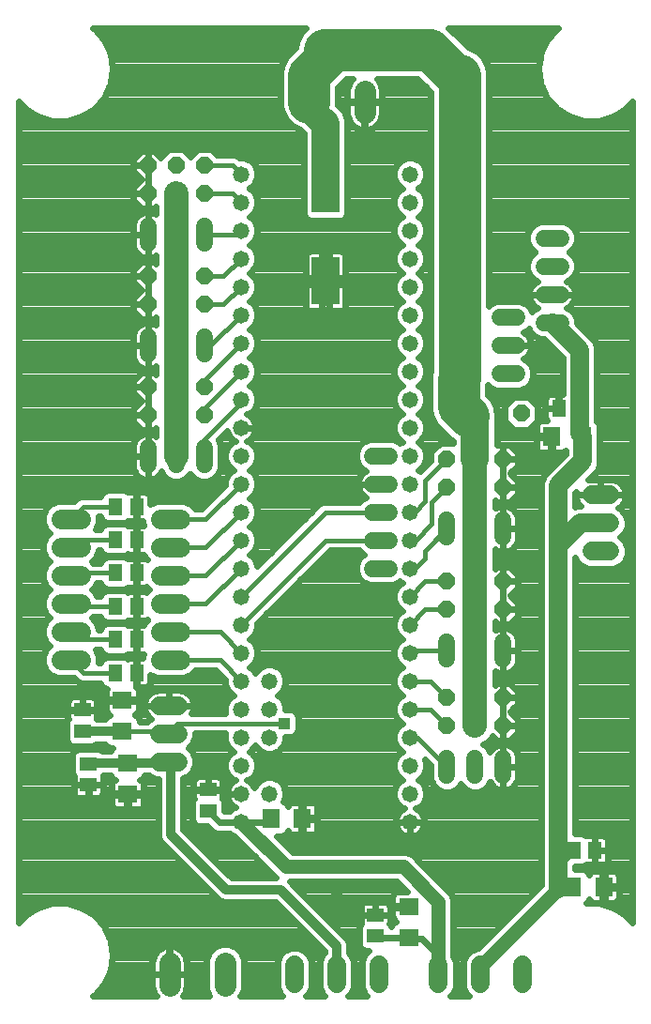
<source format=gbl>
G75*
%MOIN*%
%OFA0B0*%
%FSLAX25Y25*%
%IPPOS*%
%LPD*%
%AMOC8*
5,1,8,0,0,1.08239X$1,22.5*
%
%ADD10R,0.05906X0.05118*%
%ADD11R,0.07087X0.06299*%
%ADD12C,0.06000*%
%ADD13OC8,0.06000*%
%ADD14C,0.05800*%
%ADD15R,0.06299X0.07087*%
%ADD16R,0.05118X0.05906*%
%ADD17C,0.07800*%
%ADD18C,0.06600*%
%ADD19C,0.07087*%
%ADD20R,0.09843X0.16929*%
%ADD21C,0.03200*%
%ADD22C,0.01600*%
%ADD23R,0.03962X0.03962*%
%ADD24C,0.02400*%
%ADD25C,0.05000*%
%ADD26C,0.08600*%
%ADD27C,0.15000*%
%ADD28C,0.10000*%
D10*
X0299838Y0287239D03*
X0299838Y0294720D03*
X0297672Y0306334D03*
X0297672Y0313814D03*
X0342357Y0285468D03*
X0342357Y0277987D03*
X0401806Y0240980D03*
X0401806Y0233499D03*
D11*
X0413617Y0232909D03*
X0413617Y0243932D03*
X0313814Y0283893D03*
X0313814Y0294917D03*
X0311846Y0306137D03*
X0311846Y0317161D03*
D12*
X0320940Y0400775D02*
X0320940Y0406775D01*
X0330940Y0406775D02*
X0330940Y0400775D01*
X0340940Y0400775D02*
X0340940Y0406775D01*
X0340940Y0440145D02*
X0340940Y0446145D01*
X0330940Y0446145D02*
X0330940Y0440145D01*
X0320940Y0440145D02*
X0320940Y0446145D01*
X0320940Y0479515D02*
X0320940Y0485515D01*
X0330940Y0485515D02*
X0330940Y0479515D01*
X0340940Y0479515D02*
X0340940Y0485515D01*
X0400775Y0404090D02*
X0406775Y0404090D01*
X0406775Y0394090D02*
X0400775Y0394090D01*
X0400775Y0384090D02*
X0406775Y0384090D01*
X0406775Y0374090D02*
X0400775Y0374090D01*
X0400775Y0364090D02*
X0406775Y0364090D01*
X0427239Y0375184D02*
X0427239Y0381184D01*
X0437239Y0381184D02*
X0437239Y0375184D01*
X0447239Y0375184D02*
X0447239Y0381184D01*
X0447239Y0337877D02*
X0447239Y0331877D01*
X0437239Y0331877D02*
X0437239Y0337877D01*
X0427239Y0337877D02*
X0427239Y0331877D01*
X0427239Y0296539D02*
X0427239Y0290539D01*
X0437239Y0290539D02*
X0437239Y0296539D01*
X0447239Y0296539D02*
X0447239Y0290539D01*
X0446050Y0433145D02*
X0452050Y0433145D01*
X0452050Y0443145D02*
X0446050Y0443145D01*
X0446050Y0453145D02*
X0452050Y0453145D01*
X0461602Y0451373D02*
X0467602Y0451373D01*
X0467602Y0461373D02*
X0461602Y0461373D01*
X0461602Y0471373D02*
X0467602Y0471373D01*
X0467602Y0481373D02*
X0461602Y0481373D01*
D13*
X0453578Y0419129D03*
X0447239Y0402869D03*
X0437239Y0402869D03*
X0427239Y0402869D03*
X0427239Y0392869D03*
X0437239Y0392869D03*
X0447239Y0392869D03*
X0447239Y0359562D03*
X0437239Y0359562D03*
X0427239Y0359562D03*
X0427239Y0349562D03*
X0437239Y0349562D03*
X0447239Y0349562D03*
X0447239Y0318224D03*
X0437239Y0318224D03*
X0437239Y0308224D03*
X0447239Y0308224D03*
X0427239Y0308224D03*
X0427239Y0318224D03*
X0340940Y0418460D03*
X0340940Y0428460D03*
X0330940Y0428460D03*
X0330940Y0418460D03*
X0320940Y0418460D03*
X0320940Y0428460D03*
X0320940Y0457830D03*
X0320940Y0467830D03*
X0330940Y0467830D03*
X0340940Y0467830D03*
X0340940Y0457830D03*
X0330940Y0457830D03*
X0330940Y0497200D03*
X0330940Y0507200D03*
X0340940Y0507200D03*
X0340940Y0497200D03*
X0320940Y0497200D03*
X0320940Y0507200D03*
D14*
X0354090Y0504090D03*
X0354090Y0494090D03*
X0354090Y0484090D03*
X0354090Y0474090D03*
X0354090Y0464090D03*
X0354090Y0454090D03*
X0354090Y0444090D03*
X0354090Y0434090D03*
X0354090Y0424090D03*
X0354090Y0414090D03*
X0354090Y0404090D03*
X0354090Y0394090D03*
X0354090Y0384090D03*
X0354090Y0374090D03*
X0354090Y0364090D03*
X0354090Y0354090D03*
X0354090Y0344090D03*
X0354090Y0334090D03*
X0354090Y0324090D03*
X0364090Y0324090D03*
X0364090Y0314090D03*
X0354090Y0314090D03*
X0354090Y0304090D03*
X0364090Y0304090D03*
X0354090Y0294090D03*
X0354090Y0284090D03*
X0364090Y0284090D03*
X0354090Y0274090D03*
X0414090Y0274090D03*
X0414090Y0284090D03*
X0414090Y0294090D03*
X0414090Y0304090D03*
X0414090Y0314090D03*
X0414090Y0324090D03*
X0414090Y0334090D03*
X0414090Y0344090D03*
X0414090Y0354090D03*
X0414090Y0364090D03*
X0414090Y0374090D03*
X0414090Y0384090D03*
X0414090Y0394090D03*
X0414090Y0404090D03*
X0414090Y0414090D03*
X0414090Y0424090D03*
X0414090Y0434090D03*
X0414090Y0444090D03*
X0414090Y0454090D03*
X0414090Y0464090D03*
X0414090Y0474090D03*
X0414090Y0484090D03*
X0414090Y0494090D03*
X0414090Y0504090D03*
D15*
X0464405Y0410861D03*
X0475428Y0410861D03*
X0375822Y0275231D03*
X0364798Y0275231D03*
X0471885Y0251019D03*
X0482909Y0251019D03*
D16*
X0479759Y0264011D03*
X0472279Y0264011D03*
X0316964Y0327003D03*
X0309483Y0327003D03*
X0309483Y0338814D03*
X0316964Y0338814D03*
X0316964Y0350625D03*
X0309483Y0350625D03*
X0309483Y0362436D03*
X0316964Y0362436D03*
X0316964Y0374247D03*
X0309483Y0374247D03*
X0309483Y0386058D03*
X0316964Y0386058D03*
X0466964Y0420901D03*
X0474444Y0420901D03*
D17*
X0397927Y0525859D02*
X0397927Y0533659D01*
X0378227Y0533659D02*
X0378227Y0525859D01*
X0348320Y0223817D02*
X0348320Y0216017D01*
X0328620Y0216017D02*
X0328620Y0223817D01*
D18*
X0373027Y0223217D02*
X0373027Y0216617D01*
X0388027Y0216617D02*
X0388027Y0223217D01*
X0403027Y0223217D02*
X0403027Y0216617D01*
X0424208Y0216617D02*
X0424208Y0223217D01*
X0439208Y0223217D02*
X0439208Y0216617D01*
X0454208Y0216617D02*
X0454208Y0223217D01*
X0466767Y0250231D02*
X0466767Y0258106D01*
X0466767Y0372279D01*
X0474641Y0380153D01*
X0481885Y0380153D01*
X0478585Y0380153D02*
X0485185Y0380153D01*
X0485185Y0390153D02*
X0478585Y0390153D01*
X0466767Y0393539D02*
X0466767Y0372279D01*
X0478585Y0370153D02*
X0485185Y0370153D01*
X0466767Y0393539D02*
X0475428Y0402200D01*
X0475428Y0410861D01*
X0474444Y0411846D01*
X0474444Y0420901D01*
X0474444Y0441531D01*
X0464602Y0451373D01*
X0331642Y0315350D02*
X0325042Y0315350D01*
X0325042Y0305350D02*
X0331642Y0305350D01*
X0331642Y0295350D02*
X0325042Y0295350D01*
D19*
X0325428Y0331531D02*
X0332515Y0331531D01*
X0332515Y0341531D02*
X0325428Y0341531D01*
X0325428Y0351531D02*
X0332515Y0351531D01*
X0332515Y0361531D02*
X0325428Y0361531D01*
X0325428Y0371531D02*
X0332515Y0371531D01*
X0332515Y0381531D02*
X0325428Y0381531D01*
X0297082Y0381531D02*
X0289995Y0381531D01*
X0289995Y0371531D02*
X0297082Y0371531D01*
X0297082Y0361531D02*
X0289995Y0361531D01*
X0289995Y0351531D02*
X0297082Y0351531D01*
X0297082Y0341531D02*
X0289995Y0341531D01*
X0289995Y0331531D02*
X0297082Y0331531D01*
D20*
X0384090Y0466176D03*
X0384090Y0498854D03*
D21*
X0311846Y0306137D02*
X0297869Y0306137D01*
X0297672Y0306334D01*
X0300035Y0294917D02*
X0299838Y0294720D01*
X0300035Y0294917D02*
X0313814Y0294917D01*
X0327909Y0294917D01*
X0328342Y0295350D01*
X0329169Y0294523D01*
X0329169Y0269523D01*
X0348854Y0249838D01*
X0368145Y0249838D01*
X0388027Y0229956D01*
X0388027Y0219917D01*
D22*
X0466767Y0250231D02*
X0467554Y0251019D01*
X0471885Y0251019D01*
X0466767Y0258106D02*
X0472279Y0263617D01*
X0472279Y0264011D01*
X0427239Y0293539D02*
X0416688Y0304090D01*
X0414090Y0304090D01*
X0421373Y0314090D02*
X0427239Y0308224D01*
X0421373Y0314090D02*
X0414090Y0314090D01*
X0414090Y0324090D02*
X0421373Y0324090D01*
X0427239Y0318224D01*
X0427239Y0334877D02*
X0414877Y0334877D01*
X0414090Y0334090D01*
X0414090Y0344090D02*
X0419562Y0349562D01*
X0427239Y0349562D01*
X0419562Y0359562D02*
X0414090Y0354090D01*
X0419562Y0359562D02*
X0427239Y0359562D01*
X0419326Y0367554D02*
X0419326Y0370271D01*
X0427239Y0378184D01*
X0421885Y0379956D02*
X0421885Y0387515D01*
X0427239Y0392869D01*
X0419523Y0395153D02*
X0427239Y0402869D01*
X0419523Y0395153D02*
X0419523Y0388027D01*
X0415586Y0384090D01*
X0414090Y0384090D01*
X0421885Y0379956D02*
X0416019Y0374090D01*
X0414090Y0374090D01*
X0419326Y0367554D02*
X0415861Y0364090D01*
X0414090Y0364090D01*
X0403775Y0374090D02*
X0384090Y0374090D01*
X0354090Y0344090D01*
X0346649Y0341531D02*
X0354090Y0334090D01*
X0346649Y0331531D02*
X0354090Y0324090D01*
X0346649Y0331531D02*
X0328972Y0331531D01*
X0328972Y0341531D02*
X0346649Y0341531D01*
X0341531Y0351531D02*
X0354090Y0364090D01*
X0354090Y0354090D02*
X0384090Y0384090D01*
X0403775Y0384090D01*
X0354090Y0384090D02*
X0341531Y0371531D01*
X0328972Y0371531D01*
X0328972Y0361531D02*
X0341531Y0361531D01*
X0354090Y0374090D01*
X0341531Y0381531D02*
X0354090Y0394090D01*
X0340940Y0403775D02*
X0340940Y0409838D01*
X0354090Y0422987D01*
X0354090Y0424090D01*
X0354090Y0434090D02*
X0340940Y0420940D01*
X0340940Y0418460D01*
X0340940Y0428460D02*
X0340940Y0430940D01*
X0354090Y0444090D01*
X0354090Y0454090D02*
X0343145Y0443145D01*
X0340940Y0443145D01*
X0340940Y0457830D02*
X0347830Y0457830D01*
X0354090Y0464090D01*
X0347830Y0467830D02*
X0354090Y0474090D01*
X0352515Y0482515D02*
X0354090Y0484090D01*
X0352515Y0482515D02*
X0340940Y0482515D01*
X0340940Y0497200D02*
X0350980Y0497200D01*
X0354090Y0494090D01*
X0354090Y0504090D02*
X0350980Y0507200D01*
X0340940Y0507200D01*
X0340940Y0467830D02*
X0347830Y0467830D01*
X0341531Y0381531D02*
X0328972Y0381531D01*
X0309483Y0386058D02*
X0298066Y0386058D01*
X0293539Y0381531D01*
X0296255Y0374247D02*
X0293539Y0371531D01*
X0296255Y0374247D02*
X0309483Y0374247D01*
X0309483Y0362436D02*
X0294444Y0362436D01*
X0293539Y0361531D01*
X0293539Y0351531D02*
X0294444Y0350625D01*
X0309483Y0350625D01*
X0309483Y0338814D02*
X0296255Y0338814D01*
X0293539Y0341531D01*
X0293539Y0331531D02*
X0298066Y0327003D01*
X0309483Y0327003D01*
X0311846Y0306137D02*
X0328342Y0306137D01*
X0331294Y0309090D01*
X0369523Y0309090D01*
X0328342Y0306137D02*
X0328342Y0305350D01*
X0328972Y0351531D02*
X0341531Y0351531D01*
D23*
X0369523Y0309090D03*
X0388027Y0250231D03*
D24*
X0277290Y0240818D02*
X0275117Y0238309D01*
X0275117Y0529871D01*
X0277290Y0527362D01*
X0277290Y0527362D01*
X0281792Y0524469D01*
X0286926Y0522961D01*
X0292277Y0522961D01*
X0297411Y0524469D01*
X0297411Y0524469D01*
X0301913Y0527362D01*
X0305417Y0531406D01*
X0307640Y0536273D01*
X0307640Y0536274D01*
X0308402Y0541570D01*
X0307640Y0546867D01*
X0305417Y0551734D01*
X0301913Y0555778D01*
X0301482Y0556055D01*
X0377119Y0556055D01*
X0375454Y0554390D01*
X0374098Y0552042D01*
X0373396Y0549422D01*
X0373396Y0548986D01*
X0371902Y0547492D01*
X0369985Y0545575D01*
X0368629Y0543226D01*
X0367927Y0540606D01*
X0367927Y0528403D01*
X0368629Y0525783D01*
X0369985Y0523435D01*
X0371902Y0521517D01*
X0374251Y0520161D01*
X0374886Y0519991D01*
X0375001Y0519943D01*
X0376290Y0518654D01*
X0376290Y0497302D01*
X0376369Y0497112D01*
X0376369Y0489832D01*
X0376795Y0488803D01*
X0377582Y0488015D01*
X0378612Y0487589D01*
X0389568Y0487589D01*
X0390597Y0488015D01*
X0391385Y0488803D01*
X0391811Y0489832D01*
X0391811Y0497112D01*
X0391890Y0497302D01*
X0391890Y0523437D01*
X0390702Y0526303D01*
X0388527Y0528479D01*
X0388527Y0534984D01*
X0391506Y0537963D01*
X0393604Y0537963D01*
X0393274Y0537633D01*
X0392710Y0536856D01*
X0392274Y0536001D01*
X0391977Y0535087D01*
X0391827Y0534139D01*
X0391827Y0529859D01*
X0397827Y0529859D01*
X0397827Y0529659D01*
X0398027Y0529659D01*
X0398027Y0529859D01*
X0404027Y0529859D01*
X0404027Y0534139D01*
X0403877Y0535087D01*
X0403580Y0536001D01*
X0403144Y0536856D01*
X0402580Y0537633D01*
X0402250Y0537963D01*
X0416831Y0537963D01*
X0421428Y0533367D01*
X0421428Y0434159D01*
X0421034Y0432690D01*
X0421034Y0420135D01*
X0421736Y0417516D01*
X0423092Y0415167D01*
X0424076Y0414183D01*
X0428356Y0409903D01*
X0429439Y0409277D01*
X0429439Y0408669D01*
X0424837Y0408669D01*
X0421439Y0405272D01*
X0421439Y0402160D01*
X0417760Y0398481D01*
X0417760Y0398481D01*
X0417319Y0398922D01*
X0416913Y0399090D01*
X0417319Y0399258D01*
X0418922Y0400861D01*
X0419790Y0402956D01*
X0419790Y0405224D01*
X0418922Y0407319D01*
X0417319Y0408922D01*
X0416913Y0409090D01*
X0417319Y0409258D01*
X0418922Y0410861D01*
X0419790Y0412956D01*
X0419790Y0415224D01*
X0418922Y0417319D01*
X0417319Y0418922D01*
X0416913Y0419090D01*
X0417319Y0419258D01*
X0418922Y0420861D01*
X0419790Y0422956D01*
X0419790Y0425224D01*
X0418922Y0427319D01*
X0417319Y0428922D01*
X0416913Y0429090D01*
X0417319Y0429258D01*
X0418922Y0430861D01*
X0419790Y0432956D01*
X0419790Y0435224D01*
X0418922Y0437319D01*
X0417319Y0438922D01*
X0416913Y0439090D01*
X0417319Y0439258D01*
X0418922Y0440861D01*
X0419790Y0442956D01*
X0419790Y0445224D01*
X0418922Y0447319D01*
X0417319Y0448922D01*
X0416913Y0449090D01*
X0417319Y0449258D01*
X0418922Y0450861D01*
X0419790Y0452956D01*
X0419790Y0455224D01*
X0418922Y0457319D01*
X0417319Y0458922D01*
X0416913Y0459090D01*
X0417319Y0459258D01*
X0418922Y0460861D01*
X0419790Y0462956D01*
X0419790Y0465224D01*
X0418922Y0467319D01*
X0417319Y0468922D01*
X0416913Y0469090D01*
X0417319Y0469258D01*
X0418922Y0470861D01*
X0419790Y0472956D01*
X0419790Y0475224D01*
X0418922Y0477319D01*
X0417319Y0478922D01*
X0416913Y0479090D01*
X0417319Y0479258D01*
X0418922Y0480861D01*
X0419790Y0482956D01*
X0419790Y0485224D01*
X0418922Y0487319D01*
X0417319Y0488922D01*
X0416913Y0489090D01*
X0417319Y0489258D01*
X0418922Y0490861D01*
X0419790Y0492956D01*
X0419790Y0495224D01*
X0418922Y0497319D01*
X0417319Y0498922D01*
X0416913Y0499090D01*
X0417319Y0499258D01*
X0418922Y0500861D01*
X0419790Y0502956D01*
X0419790Y0505224D01*
X0418922Y0507319D01*
X0417319Y0508922D01*
X0415224Y0509790D01*
X0412956Y0509790D01*
X0410861Y0508922D01*
X0409258Y0507319D01*
X0408390Y0505224D01*
X0408390Y0502956D01*
X0409258Y0500861D01*
X0410861Y0499258D01*
X0411266Y0499090D01*
X0410861Y0498922D01*
X0409258Y0497319D01*
X0408390Y0495224D01*
X0408390Y0492956D01*
X0409258Y0490861D01*
X0410861Y0489258D01*
X0411266Y0489090D01*
X0410861Y0488922D01*
X0409258Y0487319D01*
X0408390Y0485224D01*
X0408390Y0482956D01*
X0409258Y0480861D01*
X0410861Y0479258D01*
X0411266Y0479090D01*
X0410861Y0478922D01*
X0409258Y0477319D01*
X0408390Y0475224D01*
X0408390Y0472956D01*
X0409258Y0470861D01*
X0410861Y0469258D01*
X0411266Y0469090D01*
X0410861Y0468922D01*
X0409258Y0467319D01*
X0408390Y0465224D01*
X0408390Y0462956D01*
X0409258Y0460861D01*
X0410861Y0459258D01*
X0411266Y0459090D01*
X0410861Y0458922D01*
X0409258Y0457319D01*
X0408390Y0455224D01*
X0408390Y0452956D01*
X0409258Y0450861D01*
X0410861Y0449258D01*
X0411266Y0449090D01*
X0410861Y0448922D01*
X0409258Y0447319D01*
X0408390Y0445224D01*
X0408390Y0442956D01*
X0409258Y0440861D01*
X0410861Y0439258D01*
X0411266Y0439090D01*
X0410861Y0438922D01*
X0409258Y0437319D01*
X0408390Y0435224D01*
X0408390Y0432956D01*
X0409258Y0430861D01*
X0410861Y0429258D01*
X0411266Y0429090D01*
X0410861Y0428922D01*
X0409258Y0427319D01*
X0408390Y0425224D01*
X0408390Y0422956D01*
X0409258Y0420861D01*
X0410861Y0419258D01*
X0411266Y0419090D01*
X0410861Y0418922D01*
X0409258Y0417319D01*
X0408390Y0415224D01*
X0408390Y0412956D01*
X0409258Y0410861D01*
X0410861Y0409258D01*
X0411266Y0409090D01*
X0410861Y0408922D01*
X0410503Y0408564D01*
X0410060Y0409007D01*
X0407928Y0409890D01*
X0399621Y0409890D01*
X0397489Y0409007D01*
X0395858Y0407375D01*
X0394975Y0405243D01*
X0394975Y0402936D01*
X0395858Y0400804D01*
X0397489Y0399173D01*
X0398486Y0398760D01*
X0398049Y0398537D01*
X0397387Y0398056D01*
X0396808Y0397477D01*
X0396327Y0396815D01*
X0395956Y0396086D01*
X0395703Y0395307D01*
X0395575Y0394499D01*
X0395575Y0394090D01*
X0403775Y0394090D01*
X0403775Y0394090D01*
X0395575Y0394090D01*
X0395575Y0393680D01*
X0395703Y0392872D01*
X0395956Y0392094D01*
X0396327Y0391364D01*
X0396808Y0390702D01*
X0397387Y0390123D01*
X0398049Y0389642D01*
X0398486Y0389420D01*
X0397489Y0389007D01*
X0396172Y0387690D01*
X0383374Y0387690D01*
X0382051Y0387142D01*
X0381038Y0386129D01*
X0359790Y0364881D01*
X0359790Y0365224D01*
X0358922Y0367319D01*
X0357319Y0368922D01*
X0356914Y0369090D01*
X0357319Y0369258D01*
X0358922Y0370861D01*
X0359790Y0372956D01*
X0359790Y0375224D01*
X0358922Y0377319D01*
X0357319Y0378922D01*
X0356913Y0379090D01*
X0357319Y0379258D01*
X0358922Y0380861D01*
X0359790Y0382956D01*
X0359790Y0385224D01*
X0358922Y0387319D01*
X0357319Y0388922D01*
X0356913Y0389090D01*
X0357319Y0389258D01*
X0358922Y0390861D01*
X0359790Y0392956D01*
X0359790Y0395224D01*
X0358922Y0397319D01*
X0357319Y0398922D01*
X0356913Y0399090D01*
X0357319Y0399258D01*
X0358922Y0400861D01*
X0359790Y0402956D01*
X0359790Y0405224D01*
X0358922Y0407319D01*
X0357319Y0408922D01*
X0356140Y0409410D01*
X0356763Y0409728D01*
X0357412Y0410200D01*
X0357980Y0410767D01*
X0358452Y0411417D01*
X0358816Y0412132D01*
X0359064Y0412895D01*
X0359190Y0413688D01*
X0359190Y0414090D01*
X0359190Y0414491D01*
X0359064Y0415284D01*
X0358816Y0416047D01*
X0358452Y0416763D01*
X0357980Y0417412D01*
X0357412Y0417980D01*
X0356763Y0418452D01*
X0356140Y0418769D01*
X0357319Y0419258D01*
X0358922Y0420861D01*
X0359790Y0422956D01*
X0359790Y0425224D01*
X0358922Y0427319D01*
X0357319Y0428922D01*
X0356913Y0429090D01*
X0357319Y0429258D01*
X0358922Y0430861D01*
X0359790Y0432956D01*
X0359790Y0435224D01*
X0358922Y0437319D01*
X0357319Y0438922D01*
X0356913Y0439090D01*
X0357319Y0439258D01*
X0358922Y0440861D01*
X0359790Y0442956D01*
X0359790Y0445224D01*
X0358922Y0447319D01*
X0357319Y0448922D01*
X0356913Y0449090D01*
X0357319Y0449258D01*
X0358922Y0450861D01*
X0359790Y0452956D01*
X0359790Y0455224D01*
X0358922Y0457319D01*
X0357319Y0458922D01*
X0356913Y0459090D01*
X0357319Y0459258D01*
X0358922Y0460861D01*
X0359790Y0462956D01*
X0359790Y0465224D01*
X0358922Y0467319D01*
X0357319Y0468922D01*
X0356913Y0469090D01*
X0357319Y0469258D01*
X0358922Y0470861D01*
X0359790Y0472956D01*
X0359790Y0475224D01*
X0358922Y0477319D01*
X0357319Y0478922D01*
X0356913Y0479090D01*
X0357319Y0479258D01*
X0358922Y0480861D01*
X0359790Y0482956D01*
X0359790Y0485224D01*
X0358922Y0487319D01*
X0357319Y0488922D01*
X0356914Y0489090D01*
X0357319Y0489258D01*
X0358922Y0490861D01*
X0359790Y0492956D01*
X0359790Y0495224D01*
X0358922Y0497319D01*
X0357319Y0498922D01*
X0356914Y0499090D01*
X0357319Y0499258D01*
X0358922Y0500861D01*
X0359790Y0502956D01*
X0359790Y0505224D01*
X0358922Y0507319D01*
X0357319Y0508922D01*
X0355224Y0509790D01*
X0353481Y0509790D01*
X0353019Y0510252D01*
X0351696Y0510800D01*
X0345543Y0510800D01*
X0343343Y0513000D01*
X0338538Y0513000D01*
X0335940Y0510402D01*
X0333343Y0513000D01*
X0328538Y0513000D01*
X0325516Y0509978D01*
X0323094Y0512400D01*
X0320940Y0512400D01*
X0318786Y0512400D01*
X0315740Y0509354D01*
X0315740Y0507200D01*
X0320940Y0507200D01*
X0320940Y0507200D01*
X0315740Y0507200D01*
X0315740Y0505046D01*
X0318586Y0502200D01*
X0315740Y0499354D01*
X0315740Y0497200D01*
X0320940Y0497200D01*
X0320940Y0497200D01*
X0315740Y0497200D01*
X0315740Y0495046D01*
X0318786Y0492000D01*
X0320940Y0492000D01*
X0320940Y0497200D01*
X0320940Y0502000D01*
X0320940Y0507200D01*
X0320940Y0512400D01*
X0320940Y0507200D01*
X0320940Y0507200D01*
X0320940Y0507200D01*
X0320940Y0497200D01*
X0320940Y0497200D01*
X0320940Y0497200D01*
X0320940Y0492000D01*
X0323094Y0492000D01*
X0323840Y0492746D01*
X0323840Y0489836D01*
X0323666Y0489962D01*
X0322936Y0490334D01*
X0322158Y0490587D01*
X0321349Y0490715D01*
X0320940Y0490715D01*
X0320531Y0490715D01*
X0319722Y0490587D01*
X0318944Y0490334D01*
X0318215Y0489962D01*
X0317553Y0489481D01*
X0316974Y0488903D01*
X0316493Y0488240D01*
X0316121Y0487511D01*
X0315868Y0486733D01*
X0315740Y0485924D01*
X0315740Y0482515D01*
X0320940Y0482515D01*
X0320940Y0482515D01*
X0315740Y0482515D01*
X0315740Y0479106D01*
X0315868Y0478297D01*
X0316121Y0477519D01*
X0316493Y0476790D01*
X0316974Y0476127D01*
X0317553Y0475549D01*
X0318215Y0475068D01*
X0318944Y0474696D01*
X0319722Y0474443D01*
X0320531Y0474315D01*
X0320940Y0474315D01*
X0320940Y0482515D01*
X0320940Y0490715D01*
X0320940Y0482515D01*
X0320940Y0482515D01*
X0320940Y0482515D01*
X0320940Y0474315D01*
X0321349Y0474315D01*
X0322158Y0474443D01*
X0322936Y0474696D01*
X0323666Y0475068D01*
X0323840Y0475194D01*
X0323840Y0472284D01*
X0323094Y0473030D01*
X0320940Y0473030D01*
X0318786Y0473030D01*
X0315740Y0469984D01*
X0315740Y0467830D01*
X0320940Y0467830D01*
X0320940Y0467830D01*
X0320940Y0473030D01*
X0320940Y0467830D01*
X0320940Y0467830D01*
X0315740Y0467830D01*
X0315740Y0465676D01*
X0318586Y0462830D01*
X0315740Y0459984D01*
X0315740Y0457830D01*
X0320940Y0457830D01*
X0320940Y0457830D01*
X0320940Y0463030D01*
X0320940Y0467830D01*
X0320940Y0467830D01*
X0320940Y0457830D01*
X0320940Y0457830D01*
X0315740Y0457830D01*
X0315740Y0455676D01*
X0318786Y0452630D01*
X0320940Y0452630D01*
X0320940Y0457830D01*
X0320940Y0457830D01*
X0320940Y0452630D01*
X0323094Y0452630D01*
X0323840Y0453376D01*
X0323840Y0450465D01*
X0323666Y0450592D01*
X0322936Y0450964D01*
X0322158Y0451217D01*
X0321349Y0451345D01*
X0320940Y0451345D01*
X0320531Y0451345D01*
X0319722Y0451217D01*
X0318944Y0450964D01*
X0318215Y0450592D01*
X0317553Y0450111D01*
X0316974Y0449532D01*
X0316493Y0448870D01*
X0316121Y0448141D01*
X0315868Y0447363D01*
X0315740Y0446554D01*
X0315740Y0443145D01*
X0320940Y0443145D01*
X0320940Y0443145D01*
X0320940Y0451345D01*
X0320940Y0443145D01*
X0320940Y0443145D01*
X0315740Y0443145D01*
X0315740Y0439736D01*
X0315868Y0438927D01*
X0316121Y0438149D01*
X0316493Y0437419D01*
X0316974Y0436757D01*
X0317553Y0436179D01*
X0318215Y0435697D01*
X0318944Y0435326D01*
X0319722Y0435073D01*
X0320531Y0434945D01*
X0320940Y0434945D01*
X0320940Y0443145D01*
X0320940Y0443145D01*
X0320940Y0434945D01*
X0321349Y0434945D01*
X0322158Y0435073D01*
X0322936Y0435326D01*
X0323666Y0435697D01*
X0323840Y0435824D01*
X0323840Y0432914D01*
X0323094Y0433660D01*
X0320940Y0433660D01*
X0318786Y0433660D01*
X0315740Y0430614D01*
X0315740Y0428460D01*
X0320940Y0428460D01*
X0320940Y0433660D01*
X0320940Y0428460D01*
X0320940Y0428460D01*
X0320940Y0428460D01*
X0315740Y0428460D01*
X0315740Y0426306D01*
X0318586Y0423460D01*
X0315740Y0420614D01*
X0315740Y0418460D01*
X0320940Y0418460D01*
X0320940Y0423660D01*
X0320940Y0428460D01*
X0320940Y0428460D01*
X0320940Y0418460D01*
X0320940Y0418460D01*
X0320940Y0418460D01*
X0315740Y0418460D01*
X0315740Y0416306D01*
X0318786Y0413260D01*
X0320940Y0413260D01*
X0320940Y0418460D01*
X0320940Y0418460D01*
X0320940Y0413260D01*
X0323094Y0413260D01*
X0323840Y0414006D01*
X0323840Y0411095D01*
X0323666Y0411222D01*
X0322936Y0411594D01*
X0322158Y0411847D01*
X0321349Y0411975D01*
X0320940Y0411975D01*
X0320531Y0411975D01*
X0319722Y0411847D01*
X0318944Y0411594D01*
X0318215Y0411222D01*
X0317553Y0410741D01*
X0316974Y0410162D01*
X0316493Y0409500D01*
X0316121Y0408771D01*
X0315868Y0407992D01*
X0315740Y0407184D01*
X0315740Y0403775D01*
X0320940Y0403775D01*
X0320940Y0411975D01*
X0320940Y0403775D01*
X0320940Y0403775D01*
X0320940Y0403775D01*
X0315740Y0403775D01*
X0315740Y0400366D01*
X0315868Y0399557D01*
X0316121Y0398779D01*
X0316493Y0398049D01*
X0316974Y0397387D01*
X0317553Y0396808D01*
X0318215Y0396327D01*
X0318944Y0395956D01*
X0319722Y0395703D01*
X0320531Y0395575D01*
X0320940Y0395575D01*
X0320940Y0403775D01*
X0320940Y0403775D01*
X0320940Y0395575D01*
X0321349Y0395575D01*
X0322158Y0395703D01*
X0322936Y0395956D01*
X0323666Y0396327D01*
X0324328Y0396808D01*
X0324906Y0397387D01*
X0325388Y0398049D01*
X0325610Y0398486D01*
X0326023Y0397489D01*
X0327655Y0395858D01*
X0329786Y0394975D01*
X0332094Y0394975D01*
X0334226Y0395858D01*
X0335857Y0397489D01*
X0335940Y0397690D01*
X0336023Y0397489D01*
X0337655Y0395858D01*
X0339786Y0394975D01*
X0342094Y0394975D01*
X0344226Y0395858D01*
X0345857Y0397489D01*
X0346740Y0399621D01*
X0346740Y0407928D01*
X0345973Y0409780D01*
X0349112Y0412918D01*
X0349115Y0412895D01*
X0349363Y0412132D01*
X0349728Y0411417D01*
X0350200Y0410767D01*
X0350767Y0410200D01*
X0351417Y0409728D01*
X0352040Y0409410D01*
X0350861Y0408922D01*
X0349258Y0407319D01*
X0348390Y0405224D01*
X0348390Y0402956D01*
X0349258Y0400861D01*
X0350861Y0399258D01*
X0351266Y0399090D01*
X0350861Y0398922D01*
X0349258Y0397319D01*
X0348390Y0395224D01*
X0348390Y0393481D01*
X0340040Y0385131D01*
X0337886Y0385131D01*
X0336108Y0386908D01*
X0333777Y0387874D01*
X0324167Y0387874D01*
X0321835Y0386908D01*
X0321723Y0386796D01*
X0321723Y0389301D01*
X0321573Y0389860D01*
X0321283Y0390362D01*
X0320874Y0390771D01*
X0320372Y0391061D01*
X0319812Y0391211D01*
X0317043Y0391211D01*
X0317043Y0386138D01*
X0316884Y0386138D01*
X0316884Y0391211D01*
X0314115Y0391211D01*
X0313868Y0391145D01*
X0313629Y0391385D01*
X0312599Y0391811D01*
X0306367Y0391811D01*
X0305338Y0391385D01*
X0304551Y0390597D01*
X0304162Y0389658D01*
X0297350Y0389658D01*
X0296027Y0389110D01*
X0295014Y0388098D01*
X0294791Y0387874D01*
X0288734Y0387874D01*
X0286402Y0386908D01*
X0284618Y0385124D01*
X0283652Y0382792D01*
X0283652Y0380269D01*
X0284618Y0377938D01*
X0286024Y0376531D01*
X0284618Y0375124D01*
X0283652Y0372792D01*
X0283652Y0370269D01*
X0284618Y0367938D01*
X0286024Y0366531D01*
X0284618Y0365124D01*
X0283652Y0362792D01*
X0283652Y0360269D01*
X0284618Y0357938D01*
X0286024Y0356531D01*
X0284618Y0355124D01*
X0283652Y0352792D01*
X0283652Y0350269D01*
X0284618Y0347938D01*
X0286024Y0346531D01*
X0284618Y0345124D01*
X0283652Y0342792D01*
X0283652Y0340269D01*
X0284618Y0337938D01*
X0286024Y0336531D01*
X0284618Y0335124D01*
X0283652Y0332792D01*
X0283652Y0330269D01*
X0284618Y0327938D01*
X0286402Y0326153D01*
X0288734Y0325187D01*
X0294791Y0325187D01*
X0296027Y0323951D01*
X0297350Y0323403D01*
X0304162Y0323403D01*
X0304551Y0322464D01*
X0305338Y0321677D01*
X0306317Y0321271D01*
X0306252Y0321159D01*
X0306102Y0320600D01*
X0306102Y0317535D01*
X0311471Y0317535D01*
X0311471Y0316786D01*
X0306102Y0316786D01*
X0306102Y0313721D01*
X0306252Y0313162D01*
X0306542Y0312660D01*
X0306952Y0312251D01*
X0307449Y0311964D01*
X0306716Y0311660D01*
X0305929Y0310873D01*
X0305790Y0310537D01*
X0302941Y0310537D01*
X0302759Y0310719D01*
X0302825Y0310965D01*
X0302825Y0313735D01*
X0297752Y0313735D01*
X0297752Y0313894D01*
X0297593Y0313894D01*
X0297593Y0318573D01*
X0294430Y0318573D01*
X0293871Y0318423D01*
X0293369Y0318134D01*
X0292959Y0317724D01*
X0292670Y0317222D01*
X0292520Y0316663D01*
X0292520Y0313894D01*
X0297593Y0313894D01*
X0297593Y0313735D01*
X0292520Y0313735D01*
X0292520Y0310965D01*
X0292586Y0310719D01*
X0292346Y0310479D01*
X0291920Y0309450D01*
X0291920Y0303218D01*
X0292346Y0302189D01*
X0293134Y0301401D01*
X0294163Y0300975D01*
X0301182Y0300975D01*
X0302211Y0301401D01*
X0302547Y0301737D01*
X0305790Y0301737D01*
X0305929Y0301401D01*
X0306716Y0300614D01*
X0307745Y0300187D01*
X0308432Y0300187D01*
X0307897Y0299652D01*
X0307758Y0299317D01*
X0304713Y0299317D01*
X0304377Y0299652D01*
X0303348Y0300079D01*
X0296328Y0300079D01*
X0295299Y0299652D01*
X0294511Y0298865D01*
X0294085Y0297836D01*
X0294085Y0291604D01*
X0294511Y0290575D01*
X0294751Y0290335D01*
X0294685Y0290088D01*
X0294685Y0287319D01*
X0299758Y0287319D01*
X0299758Y0287160D01*
X0294685Y0287160D01*
X0294685Y0284391D01*
X0294835Y0283831D01*
X0295125Y0283329D01*
X0295534Y0282920D01*
X0296036Y0282630D01*
X0296595Y0282480D01*
X0299758Y0282480D01*
X0299758Y0287160D01*
X0299917Y0287160D01*
X0299917Y0282480D01*
X0303080Y0282480D01*
X0303640Y0282630D01*
X0304141Y0282920D01*
X0304551Y0283329D01*
X0304841Y0283831D01*
X0304991Y0284391D01*
X0304991Y0287160D01*
X0299917Y0287160D01*
X0299917Y0287319D01*
X0304991Y0287319D01*
X0304991Y0290088D01*
X0304924Y0290335D01*
X0305106Y0290517D01*
X0307758Y0290517D01*
X0307897Y0290181D01*
X0308685Y0289393D01*
X0309417Y0289090D01*
X0308920Y0288803D01*
X0308510Y0288393D01*
X0308221Y0287892D01*
X0308071Y0287332D01*
X0308071Y0284268D01*
X0313439Y0284268D01*
X0313439Y0283518D01*
X0308071Y0283518D01*
X0308071Y0280454D01*
X0308221Y0279894D01*
X0308510Y0279392D01*
X0308920Y0278983D01*
X0309422Y0278693D01*
X0309981Y0278543D01*
X0313439Y0278543D01*
X0313439Y0283518D01*
X0314189Y0283518D01*
X0314189Y0278543D01*
X0317647Y0278543D01*
X0318207Y0278693D01*
X0318708Y0278983D01*
X0319118Y0279392D01*
X0319408Y0279894D01*
X0319557Y0280454D01*
X0319557Y0283518D01*
X0314189Y0283518D01*
X0314189Y0284268D01*
X0319557Y0284268D01*
X0319557Y0287332D01*
X0319408Y0287892D01*
X0319118Y0288393D01*
X0318708Y0288803D01*
X0318211Y0289090D01*
X0318944Y0289393D01*
X0319731Y0290181D01*
X0319870Y0290517D01*
X0321248Y0290517D01*
X0321586Y0290178D01*
X0323828Y0289250D01*
X0324769Y0289250D01*
X0324769Y0268648D01*
X0325438Y0267030D01*
X0326676Y0265793D01*
X0346361Y0246108D01*
X0347978Y0245438D01*
X0366322Y0245438D01*
X0383627Y0228133D01*
X0383627Y0227443D01*
X0382855Y0226672D01*
X0381927Y0224430D01*
X0381927Y0215403D01*
X0382855Y0213161D01*
X0383892Y0212124D01*
X0377161Y0212124D01*
X0378198Y0213161D01*
X0379127Y0215403D01*
X0379127Y0224430D01*
X0378198Y0226672D01*
X0376482Y0228388D01*
X0374240Y0229317D01*
X0371813Y0229317D01*
X0369571Y0228388D01*
X0367855Y0226672D01*
X0366927Y0224430D01*
X0366927Y0215403D01*
X0367855Y0213161D01*
X0368892Y0212124D01*
X0353904Y0212124D01*
X0354000Y0212221D01*
X0355020Y0214684D01*
X0355020Y0225149D01*
X0354000Y0227612D01*
X0352116Y0229497D01*
X0349653Y0230517D01*
X0346988Y0230517D01*
X0344525Y0229497D01*
X0342640Y0227612D01*
X0341620Y0225149D01*
X0341620Y0214684D01*
X0342640Y0212221D01*
X0342737Y0212124D01*
X0333333Y0212124D01*
X0333838Y0212819D01*
X0334274Y0213675D01*
X0334570Y0214588D01*
X0334720Y0215536D01*
X0334720Y0219817D01*
X0328721Y0219817D01*
X0328721Y0220017D01*
X0328720Y0220017D02*
X0328520Y0220017D01*
X0328520Y0229917D01*
X0328140Y0229917D01*
X0327192Y0229766D01*
X0326279Y0229470D01*
X0325423Y0229034D01*
X0324647Y0228469D01*
X0323968Y0227790D01*
X0323403Y0227014D01*
X0322967Y0226158D01*
X0322671Y0225245D01*
X0322520Y0224297D01*
X0322520Y0220017D01*
X0328520Y0220017D01*
X0328520Y0219817D01*
X0322520Y0219817D01*
X0322520Y0215536D01*
X0322671Y0214588D01*
X0322967Y0213675D01*
X0323403Y0212819D01*
X0323908Y0212124D01*
X0301482Y0212124D01*
X0301913Y0212401D01*
X0301913Y0212401D01*
X0301913Y0212401D01*
X0305417Y0216445D01*
X0305417Y0216445D01*
X0307640Y0221313D01*
X0308402Y0226609D01*
X0307640Y0231906D01*
X0305417Y0236773D01*
X0305417Y0236773D01*
X0301913Y0240818D01*
X0297411Y0243711D01*
X0292277Y0245218D01*
X0286926Y0245218D01*
X0281792Y0243711D01*
X0281792Y0243711D01*
X0277290Y0240818D01*
X0277290Y0240818D01*
X0277290Y0240818D01*
X0276737Y0240179D02*
X0275117Y0240179D01*
X0275117Y0242578D02*
X0280029Y0242578D01*
X0275117Y0244976D02*
X0286102Y0244976D01*
X0293101Y0244976D02*
X0366784Y0244976D01*
X0369183Y0242578D02*
X0299174Y0242578D01*
X0297411Y0243711D02*
X0297411Y0243711D01*
X0301913Y0240818D02*
X0301913Y0240818D01*
X0302466Y0240179D02*
X0371581Y0240179D01*
X0373980Y0237781D02*
X0304544Y0237781D01*
X0306053Y0235382D02*
X0376378Y0235382D01*
X0378777Y0232984D02*
X0307148Y0232984D01*
X0307640Y0231906D02*
X0307640Y0231906D01*
X0307830Y0230585D02*
X0381175Y0230585D01*
X0383574Y0228187D02*
X0376683Y0228187D01*
X0378564Y0225788D02*
X0382489Y0225788D01*
X0381927Y0223390D02*
X0379127Y0223390D01*
X0379127Y0220991D02*
X0381927Y0220991D01*
X0381927Y0218592D02*
X0379127Y0218592D01*
X0379127Y0216194D02*
X0381927Y0216194D01*
X0382593Y0213795D02*
X0378461Y0213795D01*
X0367593Y0213795D02*
X0354652Y0213795D01*
X0355020Y0216194D02*
X0366927Y0216194D01*
X0366927Y0218592D02*
X0355020Y0218592D01*
X0355020Y0220991D02*
X0366927Y0220991D01*
X0366927Y0223390D02*
X0355020Y0223390D01*
X0354756Y0225788D02*
X0367489Y0225788D01*
X0369370Y0228187D02*
X0353426Y0228187D01*
X0343215Y0228187D02*
X0332877Y0228187D01*
X0332594Y0228469D02*
X0331818Y0229034D01*
X0330962Y0229470D01*
X0330049Y0229766D01*
X0329101Y0229917D01*
X0328720Y0229917D01*
X0328720Y0220017D01*
X0328721Y0220017D02*
X0334720Y0220017D01*
X0334720Y0224297D01*
X0334570Y0225245D01*
X0334274Y0226158D01*
X0333838Y0227014D01*
X0333273Y0227790D01*
X0332594Y0228469D01*
X0334394Y0225788D02*
X0341885Y0225788D01*
X0341620Y0223390D02*
X0334720Y0223390D01*
X0334720Y0220991D02*
X0341620Y0220991D01*
X0341620Y0218592D02*
X0334720Y0218592D01*
X0334720Y0216194D02*
X0341620Y0216194D01*
X0341988Y0213795D02*
X0334313Y0213795D01*
X0328720Y0220991D02*
X0328520Y0220991D01*
X0328520Y0223390D02*
X0328720Y0223390D01*
X0328720Y0225788D02*
X0328520Y0225788D01*
X0328520Y0228187D02*
X0328720Y0228187D01*
X0324364Y0228187D02*
X0308175Y0228187D01*
X0308283Y0225788D02*
X0322847Y0225788D01*
X0322520Y0223390D02*
X0307939Y0223390D01*
X0307640Y0221313D02*
X0307640Y0221313D01*
X0307493Y0220991D02*
X0322520Y0220991D01*
X0322520Y0218592D02*
X0306398Y0218592D01*
X0305199Y0216194D02*
X0322520Y0216194D01*
X0322928Y0213795D02*
X0303121Y0213795D01*
X0275117Y0247375D02*
X0345094Y0247375D01*
X0342696Y0249773D02*
X0275117Y0249773D01*
X0275117Y0252172D02*
X0340297Y0252172D01*
X0337899Y0254570D02*
X0275117Y0254570D01*
X0275117Y0256969D02*
X0335500Y0256969D01*
X0333102Y0259367D02*
X0275117Y0259367D01*
X0275117Y0261766D02*
X0330703Y0261766D01*
X0328305Y0264164D02*
X0275117Y0264164D01*
X0275117Y0266563D02*
X0325906Y0266563D01*
X0324769Y0268961D02*
X0275117Y0268961D01*
X0275117Y0271360D02*
X0324769Y0271360D01*
X0324769Y0273758D02*
X0275117Y0273758D01*
X0275117Y0276157D02*
X0324769Y0276157D01*
X0324769Y0278555D02*
X0317692Y0278555D01*
X0319557Y0280954D02*
X0324769Y0280954D01*
X0324769Y0283352D02*
X0319557Y0283352D01*
X0319557Y0285751D02*
X0324769Y0285751D01*
X0324769Y0288149D02*
X0319259Y0288149D01*
X0314189Y0283352D02*
X0313439Y0283352D01*
X0313439Y0280954D02*
X0314189Y0280954D01*
X0314189Y0278555D02*
X0313439Y0278555D01*
X0309937Y0278555D02*
X0275117Y0278555D01*
X0275117Y0280954D02*
X0308071Y0280954D01*
X0308071Y0283352D02*
X0304564Y0283352D01*
X0304991Y0285751D02*
X0308071Y0285751D01*
X0308370Y0288149D02*
X0304991Y0288149D01*
X0299917Y0285751D02*
X0299758Y0285751D01*
X0299758Y0283352D02*
X0299917Y0283352D01*
X0295111Y0283352D02*
X0275117Y0283352D01*
X0275117Y0285751D02*
X0294685Y0285751D01*
X0294685Y0288149D02*
X0275117Y0288149D01*
X0275117Y0290548D02*
X0294538Y0290548D01*
X0294085Y0292946D02*
X0275117Y0292946D01*
X0275117Y0295345D02*
X0294085Y0295345D01*
X0294085Y0297743D02*
X0275117Y0297743D01*
X0275117Y0300142D02*
X0308387Y0300142D01*
X0307153Y0312134D02*
X0302825Y0312134D01*
X0302825Y0313894D02*
X0302825Y0316663D01*
X0302675Y0317222D01*
X0302386Y0317724D01*
X0301976Y0318134D01*
X0301474Y0318423D01*
X0300915Y0318573D01*
X0297752Y0318573D01*
X0297752Y0313894D01*
X0302825Y0313894D01*
X0302825Y0314533D02*
X0306102Y0314533D01*
X0302753Y0316931D02*
X0311471Y0316931D01*
X0312221Y0316931D02*
X0319773Y0316931D01*
X0319677Y0316638D02*
X0319542Y0315782D01*
X0319542Y0315350D01*
X0328342Y0315350D01*
X0328342Y0315350D01*
X0328342Y0320850D01*
X0332075Y0320850D01*
X0332930Y0320714D01*
X0333753Y0320447D01*
X0334524Y0320054D01*
X0335225Y0319545D01*
X0335837Y0318933D01*
X0336346Y0318232D01*
X0336739Y0317461D01*
X0337006Y0316638D01*
X0337142Y0315782D01*
X0337142Y0315350D01*
X0328342Y0315350D01*
X0328342Y0315350D01*
X0328342Y0320850D01*
X0324609Y0320850D01*
X0323754Y0320714D01*
X0322930Y0320447D01*
X0322159Y0320054D01*
X0321459Y0319545D01*
X0320847Y0318933D01*
X0320338Y0318232D01*
X0319945Y0317461D01*
X0319677Y0316638D01*
X0319542Y0315350D02*
X0319542Y0314917D01*
X0319677Y0314062D01*
X0319945Y0313238D01*
X0320338Y0312467D01*
X0320847Y0311767D01*
X0321459Y0311154D01*
X0322060Y0310717D01*
X0321586Y0310521D01*
X0320802Y0309737D01*
X0318189Y0309737D01*
X0318189Y0309844D01*
X0317763Y0310873D01*
X0316975Y0311660D01*
X0316243Y0311964D01*
X0316740Y0312251D01*
X0317149Y0312660D01*
X0317439Y0313162D01*
X0317589Y0313721D01*
X0317589Y0316786D01*
X0312221Y0316786D01*
X0312221Y0317535D01*
X0317589Y0317535D01*
X0317589Y0320600D01*
X0317439Y0321159D01*
X0317149Y0321661D01*
X0316884Y0321926D01*
X0316884Y0326924D01*
X0317043Y0326924D01*
X0317043Y0321850D01*
X0319812Y0321850D01*
X0320372Y0322000D01*
X0320874Y0322290D01*
X0321283Y0322700D01*
X0321573Y0323201D01*
X0321723Y0323761D01*
X0321723Y0326265D01*
X0321835Y0326153D01*
X0324167Y0325187D01*
X0333777Y0325187D01*
X0336108Y0326153D01*
X0337886Y0327931D01*
X0345158Y0327931D01*
X0348390Y0324699D01*
X0348390Y0322956D01*
X0349258Y0320861D01*
X0350861Y0319258D01*
X0351266Y0319090D01*
X0350861Y0318922D01*
X0349258Y0317319D01*
X0348390Y0315224D01*
X0348390Y0312956D01*
X0348500Y0312690D01*
X0336459Y0312690D01*
X0336739Y0313238D01*
X0337006Y0314062D01*
X0337142Y0314917D01*
X0337142Y0315350D01*
X0328342Y0315350D01*
X0328342Y0315350D01*
X0319542Y0315350D01*
X0319603Y0314533D02*
X0317589Y0314533D01*
X0316539Y0312134D02*
X0320579Y0312134D01*
X0321244Y0319330D02*
X0317589Y0319330D01*
X0317082Y0321728D02*
X0348898Y0321728D01*
X0348390Y0324127D02*
X0321723Y0324127D01*
X0317043Y0324127D02*
X0316884Y0324127D01*
X0316884Y0326525D02*
X0317043Y0326525D01*
X0317043Y0327083D02*
X0316884Y0327083D01*
X0316884Y0332156D01*
X0314115Y0332156D01*
X0313868Y0332090D01*
X0313629Y0332330D01*
X0312599Y0332756D01*
X0306367Y0332756D01*
X0305338Y0332330D01*
X0304551Y0331542D01*
X0304162Y0330603D01*
X0303425Y0330603D01*
X0303425Y0332792D01*
X0302459Y0335124D01*
X0302369Y0335214D01*
X0304162Y0335214D01*
X0304551Y0334275D01*
X0305338Y0333488D01*
X0306367Y0333061D01*
X0312599Y0333061D01*
X0313629Y0333488D01*
X0313868Y0333728D01*
X0314115Y0333661D01*
X0316884Y0333661D01*
X0316884Y0338735D01*
X0317043Y0338735D01*
X0317043Y0333661D01*
X0319445Y0333661D01*
X0319085Y0332792D01*
X0319085Y0332156D01*
X0317043Y0332156D01*
X0317043Y0327083D01*
X0317043Y0328924D02*
X0316884Y0328924D01*
X0316884Y0331323D02*
X0317043Y0331323D01*
X0317043Y0333721D02*
X0316884Y0333721D01*
X0316884Y0336120D02*
X0317043Y0336120D01*
X0317043Y0338518D02*
X0316884Y0338518D01*
X0316884Y0338894D02*
X0316884Y0343967D01*
X0314115Y0343967D01*
X0313868Y0343901D01*
X0313629Y0344141D01*
X0312599Y0344567D01*
X0306367Y0344567D01*
X0305338Y0344141D01*
X0304551Y0343353D01*
X0304162Y0342414D01*
X0303425Y0342414D01*
X0303425Y0342792D01*
X0302459Y0345124D01*
X0301053Y0346531D01*
X0301547Y0347025D01*
X0304162Y0347025D01*
X0304551Y0346086D01*
X0305338Y0345299D01*
X0306367Y0344872D01*
X0312599Y0344872D01*
X0313629Y0345299D01*
X0313868Y0345539D01*
X0314115Y0345472D01*
X0316884Y0345472D01*
X0316884Y0350546D01*
X0317043Y0350546D01*
X0317043Y0345472D01*
X0319812Y0345472D01*
X0320372Y0345622D01*
X0320791Y0345864D01*
X0320051Y0345124D01*
X0319572Y0343967D01*
X0317043Y0343967D01*
X0317043Y0338894D01*
X0316884Y0338894D01*
X0316884Y0340917D02*
X0317043Y0340917D01*
X0317043Y0343315D02*
X0316884Y0343315D01*
X0316884Y0345714D02*
X0317043Y0345714D01*
X0317043Y0348112D02*
X0316884Y0348112D01*
X0316884Y0350511D02*
X0317043Y0350511D01*
X0317043Y0350705D02*
X0316884Y0350705D01*
X0316884Y0355778D01*
X0314115Y0355778D01*
X0313868Y0355712D01*
X0313629Y0355952D01*
X0312599Y0356378D01*
X0306367Y0356378D01*
X0305338Y0355952D01*
X0304551Y0355164D01*
X0304162Y0354225D01*
X0302832Y0354225D01*
X0302459Y0355124D01*
X0301053Y0356531D01*
X0302459Y0357938D01*
X0302832Y0358836D01*
X0304162Y0358836D01*
X0304551Y0357897D01*
X0305338Y0357110D01*
X0306367Y0356683D01*
X0312599Y0356683D01*
X0313629Y0357110D01*
X0313868Y0357350D01*
X0314115Y0357283D01*
X0316884Y0357283D01*
X0316884Y0362357D01*
X0317043Y0362357D01*
X0317043Y0357283D01*
X0319812Y0357283D01*
X0320372Y0357433D01*
X0320488Y0357500D01*
X0321458Y0356531D01*
X0320488Y0355561D01*
X0320372Y0355628D01*
X0319812Y0355778D01*
X0317043Y0355778D01*
X0317043Y0350705D01*
X0317043Y0352909D02*
X0316884Y0352909D01*
X0316884Y0355308D02*
X0317043Y0355308D01*
X0317043Y0357706D02*
X0316884Y0357706D01*
X0316884Y0360105D02*
X0317043Y0360105D01*
X0317043Y0362516D02*
X0316884Y0362516D01*
X0316884Y0367589D01*
X0314115Y0367589D01*
X0313868Y0367523D01*
X0313629Y0367763D01*
X0312599Y0368189D01*
X0306367Y0368189D01*
X0305338Y0367763D01*
X0304551Y0366975D01*
X0304162Y0366036D01*
X0301547Y0366036D01*
X0301053Y0366531D01*
X0302459Y0367938D01*
X0303425Y0370269D01*
X0303425Y0370647D01*
X0304162Y0370647D01*
X0304551Y0369708D01*
X0305338Y0368921D01*
X0306367Y0368494D01*
X0312599Y0368494D01*
X0313629Y0368921D01*
X0313868Y0369161D01*
X0314115Y0369094D01*
X0316884Y0369094D01*
X0316884Y0374168D01*
X0317043Y0374168D01*
X0317043Y0369094D01*
X0319572Y0369094D01*
X0320051Y0367938D01*
X0320791Y0367197D01*
X0320372Y0367439D01*
X0319812Y0367589D01*
X0317043Y0367589D01*
X0317043Y0362516D01*
X0317043Y0364902D02*
X0316884Y0364902D01*
X0316884Y0367300D02*
X0317043Y0367300D01*
X0317043Y0369699D02*
X0316884Y0369699D01*
X0316884Y0372097D02*
X0317043Y0372097D01*
X0317043Y0374327D02*
X0316884Y0374327D01*
X0316884Y0379400D01*
X0314115Y0379400D01*
X0313868Y0379334D01*
X0313629Y0379574D01*
X0312599Y0380000D01*
X0306367Y0380000D01*
X0305338Y0379574D01*
X0304551Y0378786D01*
X0304162Y0377847D01*
X0302369Y0377847D01*
X0302459Y0377938D01*
X0303425Y0380269D01*
X0303425Y0382458D01*
X0304162Y0382458D01*
X0304551Y0381519D01*
X0305338Y0380732D01*
X0306367Y0380306D01*
X0312599Y0380306D01*
X0313629Y0380732D01*
X0313868Y0380972D01*
X0314115Y0380906D01*
X0316884Y0380905D01*
X0316884Y0385979D01*
X0317043Y0385979D01*
X0317043Y0380906D01*
X0319085Y0380906D01*
X0319085Y0380269D01*
X0319445Y0379400D01*
X0317043Y0379400D01*
X0317043Y0374327D01*
X0317043Y0374496D02*
X0316884Y0374496D01*
X0316884Y0376894D02*
X0317043Y0376894D01*
X0317043Y0379293D02*
X0316884Y0379293D01*
X0316884Y0381691D02*
X0317043Y0381691D01*
X0317043Y0384090D02*
X0316884Y0384090D01*
X0316884Y0386488D02*
X0317043Y0386488D01*
X0317043Y0388887D02*
X0316884Y0388887D01*
X0313728Y0391285D02*
X0346194Y0391285D01*
X0348390Y0393684D02*
X0275117Y0393684D01*
X0275117Y0396082D02*
X0318696Y0396082D01*
X0320940Y0396082D02*
X0320940Y0396082D01*
X0323185Y0396082D02*
X0327430Y0396082D01*
X0325612Y0398481D02*
X0325607Y0398481D01*
X0320940Y0398481D02*
X0320940Y0398481D01*
X0320940Y0400879D02*
X0320940Y0400879D01*
X0320940Y0403278D02*
X0320940Y0403278D01*
X0320940Y0405676D02*
X0320940Y0405676D01*
X0320940Y0408075D02*
X0320940Y0408075D01*
X0320940Y0410473D02*
X0320940Y0410473D01*
X0317285Y0410473D02*
X0275117Y0410473D01*
X0275117Y0408075D02*
X0315895Y0408075D01*
X0315740Y0405676D02*
X0275117Y0405676D01*
X0275117Y0403278D02*
X0315740Y0403278D01*
X0315740Y0400879D02*
X0275117Y0400879D01*
X0275117Y0398481D02*
X0316273Y0398481D01*
X0321723Y0388887D02*
X0343796Y0388887D01*
X0341397Y0386488D02*
X0336528Y0386488D01*
X0337430Y0396082D02*
X0334450Y0396082D01*
X0344450Y0396082D02*
X0348745Y0396082D01*
X0350420Y0398481D02*
X0346268Y0398481D01*
X0346740Y0400879D02*
X0349250Y0400879D01*
X0348390Y0403278D02*
X0346740Y0403278D01*
X0346740Y0405676D02*
X0348577Y0405676D01*
X0350014Y0408075D02*
X0346680Y0408075D01*
X0346667Y0410473D02*
X0350494Y0410473D01*
X0349123Y0412872D02*
X0349065Y0412872D01*
X0354090Y0414090D02*
X0354090Y0414090D01*
X0359190Y0414090D01*
X0354090Y0414090D01*
X0357723Y0417669D02*
X0409608Y0417669D01*
X0410051Y0420067D02*
X0358128Y0420067D01*
X0359587Y0422466D02*
X0408593Y0422466D01*
X0408390Y0424864D02*
X0359790Y0424864D01*
X0358945Y0427263D02*
X0409235Y0427263D01*
X0410457Y0429661D02*
X0357723Y0429661D01*
X0359419Y0432060D02*
X0408761Y0432060D01*
X0408390Y0434459D02*
X0359790Y0434459D01*
X0359113Y0436857D02*
X0409066Y0436857D01*
X0410866Y0439256D02*
X0357314Y0439256D01*
X0359250Y0441654D02*
X0408929Y0441654D01*
X0408390Y0444053D02*
X0359790Y0444053D01*
X0359281Y0446451D02*
X0408898Y0446451D01*
X0410789Y0448850D02*
X0357391Y0448850D01*
X0359082Y0451248D02*
X0409097Y0451248D01*
X0408390Y0453647D02*
X0359790Y0453647D01*
X0359449Y0456045D02*
X0377724Y0456045D01*
X0377818Y0455951D02*
X0378319Y0455662D01*
X0378879Y0455512D01*
X0382890Y0455512D01*
X0382890Y0464976D01*
X0385290Y0464976D01*
X0385290Y0455512D01*
X0389301Y0455512D01*
X0389860Y0455662D01*
X0390362Y0455951D01*
X0390771Y0456361D01*
X0391061Y0456863D01*
X0391211Y0457422D01*
X0391211Y0464976D01*
X0385290Y0464976D01*
X0385290Y0467376D01*
X0391211Y0467376D01*
X0391211Y0474931D01*
X0391061Y0475490D01*
X0390771Y0475992D01*
X0390362Y0476401D01*
X0389860Y0476691D01*
X0389301Y0476841D01*
X0385290Y0476841D01*
X0385290Y0467376D01*
X0382890Y0467376D01*
X0382890Y0464976D01*
X0376969Y0464976D01*
X0376969Y0457422D01*
X0377118Y0456863D01*
X0377408Y0456361D01*
X0377818Y0455951D01*
X0376969Y0458444D02*
X0357797Y0458444D01*
X0358903Y0460842D02*
X0376969Y0460842D01*
X0376969Y0463241D02*
X0359790Y0463241D01*
X0359618Y0465639D02*
X0382890Y0465639D01*
X0382890Y0467376D02*
X0376969Y0467376D01*
X0376969Y0474931D01*
X0377118Y0475490D01*
X0377408Y0475992D01*
X0377818Y0476401D01*
X0378319Y0476691D01*
X0378879Y0476841D01*
X0382890Y0476841D01*
X0382890Y0467376D01*
X0382890Y0468038D02*
X0385290Y0468038D01*
X0385290Y0470436D02*
X0382890Y0470436D01*
X0382890Y0472835D02*
X0385290Y0472835D01*
X0385290Y0475233D02*
X0382890Y0475233D01*
X0377050Y0475233D02*
X0359786Y0475233D01*
X0359740Y0472835D02*
X0376969Y0472835D01*
X0376969Y0470436D02*
X0358497Y0470436D01*
X0358203Y0468038D02*
X0376969Y0468038D01*
X0382890Y0463241D02*
X0385290Y0463241D01*
X0385290Y0465639D02*
X0408562Y0465639D01*
X0408390Y0463241D02*
X0391211Y0463241D01*
X0391211Y0460842D02*
X0409276Y0460842D01*
X0410383Y0458444D02*
X0391211Y0458444D01*
X0390456Y0456045D02*
X0408730Y0456045D01*
X0417797Y0458444D02*
X0421428Y0458444D01*
X0421428Y0460842D02*
X0418903Y0460842D01*
X0419790Y0463241D02*
X0421428Y0463241D01*
X0421428Y0465639D02*
X0419618Y0465639D01*
X0418203Y0468038D02*
X0421428Y0468038D01*
X0421428Y0470436D02*
X0418497Y0470436D01*
X0419740Y0472835D02*
X0421428Y0472835D01*
X0421428Y0475233D02*
X0419786Y0475233D01*
X0418609Y0477632D02*
X0421428Y0477632D01*
X0421428Y0480030D02*
X0418091Y0480030D01*
X0419571Y0482429D02*
X0421428Y0482429D01*
X0421428Y0484827D02*
X0419790Y0484827D01*
X0418960Y0487226D02*
X0421428Y0487226D01*
X0421428Y0489624D02*
X0417685Y0489624D01*
X0419403Y0492023D02*
X0421428Y0492023D01*
X0421428Y0494421D02*
X0419790Y0494421D01*
X0419129Y0496820D02*
X0421428Y0496820D01*
X0421428Y0499218D02*
X0417224Y0499218D01*
X0419235Y0501617D02*
X0421428Y0501617D01*
X0421428Y0504015D02*
X0419790Y0504015D01*
X0419297Y0506414D02*
X0421428Y0506414D01*
X0421428Y0508812D02*
X0417428Y0508812D01*
X0421428Y0511211D02*
X0391890Y0511211D01*
X0391890Y0513609D02*
X0421428Y0513609D01*
X0421428Y0516008D02*
X0391890Y0516008D01*
X0391890Y0518406D02*
X0421428Y0518406D01*
X0421428Y0520805D02*
X0401348Y0520805D01*
X0401124Y0520642D02*
X0401901Y0521206D01*
X0402580Y0521885D01*
X0403144Y0522662D01*
X0403580Y0523517D01*
X0403877Y0524431D01*
X0404027Y0525379D01*
X0404027Y0529659D01*
X0398027Y0529659D01*
X0398027Y0519759D01*
X0398407Y0519759D01*
X0399355Y0519909D01*
X0400268Y0520206D01*
X0401124Y0520642D01*
X0398027Y0520805D02*
X0397827Y0520805D01*
X0397827Y0519759D02*
X0397827Y0529659D01*
X0391827Y0529659D01*
X0391827Y0525379D01*
X0391977Y0524431D01*
X0392274Y0523517D01*
X0392710Y0522662D01*
X0393274Y0521885D01*
X0393953Y0521206D01*
X0394730Y0520642D01*
X0395585Y0520206D01*
X0396498Y0519909D01*
X0397447Y0519759D01*
X0397827Y0519759D01*
X0397827Y0523203D02*
X0398027Y0523203D01*
X0398027Y0525602D02*
X0397827Y0525602D01*
X0397827Y0528000D02*
X0398027Y0528000D01*
X0404027Y0528000D02*
X0421428Y0528000D01*
X0421428Y0525602D02*
X0404027Y0525602D01*
X0403420Y0523203D02*
X0421428Y0523203D01*
X0421428Y0530399D02*
X0404027Y0530399D01*
X0404027Y0532797D02*
X0421428Y0532797D01*
X0419598Y0535196D02*
X0403841Y0535196D01*
X0402608Y0537594D02*
X0417200Y0537594D01*
X0431941Y0551986D02*
X0462980Y0551986D01*
X0462762Y0551734D02*
X0460539Y0546867D01*
X0460539Y0546867D01*
X0459778Y0541570D01*
X0460539Y0536274D01*
X0460539Y0536273D01*
X0462762Y0531406D01*
X0462762Y0531406D01*
X0466267Y0527362D01*
X0470768Y0524469D01*
X0475902Y0522961D01*
X0481253Y0522961D01*
X0486388Y0524469D01*
X0490889Y0527362D01*
X0490889Y0527362D01*
X0493063Y0529871D01*
X0493063Y0238309D01*
X0490889Y0240818D01*
X0486388Y0243711D01*
X0481253Y0245218D01*
X0476737Y0245218D01*
X0477408Y0245890D01*
X0477712Y0246622D01*
X0477999Y0246125D01*
X0478408Y0245715D01*
X0478910Y0245426D01*
X0479469Y0245276D01*
X0482534Y0245276D01*
X0482534Y0250644D01*
X0483283Y0250644D01*
X0483283Y0245276D01*
X0486348Y0245276D01*
X0486907Y0245426D01*
X0487409Y0245715D01*
X0487819Y0246125D01*
X0488108Y0246626D01*
X0488258Y0247186D01*
X0488258Y0250644D01*
X0483284Y0250644D01*
X0483284Y0251394D01*
X0488258Y0251394D01*
X0488258Y0254852D01*
X0488108Y0255411D01*
X0487819Y0255913D01*
X0487409Y0256323D01*
X0486907Y0256612D01*
X0486348Y0256762D01*
X0483283Y0256762D01*
X0483283Y0251394D01*
X0482534Y0251394D01*
X0482534Y0256762D01*
X0479469Y0256762D01*
X0478910Y0256612D01*
X0478408Y0256323D01*
X0477999Y0255913D01*
X0477712Y0255416D01*
X0477408Y0256148D01*
X0476621Y0256936D01*
X0475592Y0257362D01*
X0472867Y0257362D01*
X0472867Y0258258D01*
X0475395Y0258258D01*
X0476424Y0258685D01*
X0476664Y0258924D01*
X0476910Y0258858D01*
X0479680Y0258858D01*
X0479680Y0263931D01*
X0479839Y0263931D01*
X0479839Y0264091D01*
X0479680Y0264091D01*
X0479680Y0269164D01*
X0476910Y0269164D01*
X0476664Y0269098D01*
X0476424Y0269338D01*
X0475395Y0269764D01*
X0472867Y0269764D01*
X0472867Y0368017D01*
X0473414Y0366697D01*
X0475130Y0364981D01*
X0477372Y0364053D01*
X0486398Y0364053D01*
X0488640Y0364981D01*
X0490356Y0366697D01*
X0491285Y0368939D01*
X0491285Y0371366D01*
X0490356Y0373608D01*
X0488812Y0375153D01*
X0490356Y0376697D01*
X0491285Y0378939D01*
X0491285Y0381366D01*
X0490356Y0383608D01*
X0488640Y0385324D01*
X0488166Y0385520D01*
X0488768Y0385958D01*
X0489380Y0386570D01*
X0489889Y0387270D01*
X0490282Y0388041D01*
X0490550Y0388865D01*
X0490685Y0389720D01*
X0490685Y0390153D01*
X0490685Y0390586D01*
X0490550Y0391441D01*
X0490282Y0392264D01*
X0489889Y0393035D01*
X0489380Y0393736D01*
X0488768Y0394348D01*
X0488068Y0394857D01*
X0487296Y0395250D01*
X0486473Y0395517D01*
X0485618Y0395653D01*
X0481885Y0395653D01*
X0478152Y0395653D01*
X0477387Y0395531D01*
X0480600Y0398745D01*
X0481528Y0400987D01*
X0481528Y0412075D01*
X0481378Y0412438D01*
X0481378Y0414962D01*
X0480952Y0415991D01*
X0480544Y0416398D01*
X0480544Y0442744D01*
X0479615Y0444986D01*
X0477899Y0446702D01*
X0473402Y0451200D01*
X0473402Y0452527D01*
X0472519Y0454659D01*
X0470887Y0456290D01*
X0469890Y0456703D01*
X0470327Y0456926D01*
X0470989Y0457407D01*
X0471568Y0457986D01*
X0472049Y0458648D01*
X0472421Y0459377D01*
X0472674Y0460156D01*
X0472802Y0460964D01*
X0472802Y0461373D01*
X0464602Y0461373D01*
X0464602Y0461373D01*
X0472802Y0461373D01*
X0472802Y0461782D01*
X0472674Y0462591D01*
X0472421Y0463369D01*
X0472049Y0464099D01*
X0471568Y0464761D01*
X0470989Y0465340D01*
X0470327Y0465821D01*
X0469890Y0466043D01*
X0470887Y0466456D01*
X0472519Y0468088D01*
X0473402Y0470220D01*
X0473402Y0472527D01*
X0472519Y0474659D01*
X0470887Y0476290D01*
X0470687Y0476373D01*
X0470887Y0476456D01*
X0472519Y0478088D01*
X0473402Y0480220D01*
X0473402Y0482527D01*
X0472519Y0484659D01*
X0470887Y0486290D01*
X0468755Y0487173D01*
X0460448Y0487173D01*
X0458316Y0486290D01*
X0456685Y0484659D01*
X0455802Y0482527D01*
X0455802Y0480220D01*
X0456685Y0478088D01*
X0458316Y0476456D01*
X0458517Y0476373D01*
X0458316Y0476290D01*
X0456685Y0474659D01*
X0455802Y0472527D01*
X0455802Y0470220D01*
X0456685Y0468088D01*
X0458316Y0466456D01*
X0459313Y0466043D01*
X0458876Y0465821D01*
X0458214Y0465340D01*
X0457635Y0464761D01*
X0457154Y0464099D01*
X0456783Y0463369D01*
X0456530Y0462591D01*
X0456402Y0461782D01*
X0456402Y0461373D01*
X0456402Y0460964D01*
X0456530Y0460156D01*
X0456783Y0459377D01*
X0457154Y0458648D01*
X0457635Y0457986D01*
X0458214Y0457407D01*
X0458876Y0456926D01*
X0459313Y0456703D01*
X0458316Y0456290D01*
X0457403Y0455378D01*
X0456967Y0456430D01*
X0455336Y0458062D01*
X0453204Y0458945D01*
X0444897Y0458945D01*
X0442765Y0458062D01*
X0442028Y0457324D01*
X0442028Y0540761D01*
X0441326Y0543380D01*
X0439970Y0545729D01*
X0438052Y0547647D01*
X0435703Y0549003D01*
X0434639Y0549288D01*
X0429340Y0554587D01*
X0427872Y0556055D01*
X0466698Y0556055D01*
X0466267Y0555778D01*
X0466267Y0555778D01*
X0462762Y0551734D01*
X0462762Y0551734D01*
X0461782Y0549587D02*
X0434340Y0549587D01*
X0438510Y0547189D02*
X0460686Y0547189D01*
X0460241Y0544790D02*
X0440512Y0544790D01*
X0441591Y0542392D02*
X0459896Y0542392D01*
X0459778Y0541570D02*
X0459778Y0541570D01*
X0460005Y0539993D02*
X0442028Y0539993D01*
X0442028Y0537594D02*
X0460350Y0537594D01*
X0461032Y0535196D02*
X0442028Y0535196D01*
X0442028Y0532797D02*
X0462127Y0532797D01*
X0463635Y0530399D02*
X0442028Y0530399D01*
X0442028Y0528000D02*
X0465713Y0528000D01*
X0466267Y0527362D02*
X0466267Y0527362D01*
X0469005Y0525602D02*
X0442028Y0525602D01*
X0442028Y0523203D02*
X0475078Y0523203D01*
X0475902Y0522961D02*
X0475902Y0522961D01*
X0482078Y0523203D02*
X0493063Y0523203D01*
X0493063Y0520805D02*
X0442028Y0520805D01*
X0442028Y0518406D02*
X0493063Y0518406D01*
X0493063Y0516008D02*
X0442028Y0516008D01*
X0442028Y0513609D02*
X0493063Y0513609D01*
X0493063Y0511211D02*
X0442028Y0511211D01*
X0442028Y0508812D02*
X0493063Y0508812D01*
X0493063Y0506414D02*
X0442028Y0506414D01*
X0442028Y0504015D02*
X0493063Y0504015D01*
X0493063Y0501617D02*
X0442028Y0501617D01*
X0442028Y0499218D02*
X0493063Y0499218D01*
X0493063Y0496820D02*
X0442028Y0496820D01*
X0442028Y0494421D02*
X0493063Y0494421D01*
X0493063Y0492023D02*
X0442028Y0492023D01*
X0442028Y0489624D02*
X0493063Y0489624D01*
X0493063Y0487226D02*
X0442028Y0487226D01*
X0442028Y0484827D02*
X0456853Y0484827D01*
X0455802Y0482429D02*
X0442028Y0482429D01*
X0442028Y0480030D02*
X0455880Y0480030D01*
X0457141Y0477632D02*
X0442028Y0477632D01*
X0442028Y0475233D02*
X0457259Y0475233D01*
X0455929Y0472835D02*
X0442028Y0472835D01*
X0442028Y0470436D02*
X0455802Y0470436D01*
X0456735Y0468038D02*
X0442028Y0468038D01*
X0442028Y0465639D02*
X0458626Y0465639D01*
X0456741Y0463241D02*
X0442028Y0463241D01*
X0442028Y0460842D02*
X0456421Y0460842D01*
X0456402Y0461373D02*
X0464601Y0461373D01*
X0464601Y0461373D01*
X0456402Y0461373D01*
X0457302Y0458444D02*
X0454414Y0458444D01*
X0457127Y0456045D02*
X0458071Y0456045D01*
X0456248Y0449141D02*
X0456685Y0448088D01*
X0458316Y0446456D01*
X0460448Y0445573D01*
X0461775Y0445573D01*
X0468344Y0439004D01*
X0468344Y0426054D01*
X0467043Y0426054D01*
X0467043Y0420980D01*
X0466884Y0420980D01*
X0466884Y0420821D01*
X0462205Y0420821D01*
X0462205Y0417658D01*
X0462355Y0417099D01*
X0462640Y0416605D01*
X0460965Y0416605D01*
X0460406Y0416455D01*
X0459904Y0416165D01*
X0459495Y0415756D01*
X0459205Y0415254D01*
X0459055Y0414694D01*
X0459055Y0411236D01*
X0464030Y0411236D01*
X0464030Y0410487D01*
X0459055Y0410487D01*
X0459055Y0407028D01*
X0459205Y0406469D01*
X0459495Y0405967D01*
X0459904Y0405558D01*
X0460406Y0405268D01*
X0460965Y0405118D01*
X0464030Y0405118D01*
X0464030Y0410487D01*
X0464780Y0410487D01*
X0464780Y0405118D01*
X0467844Y0405118D01*
X0468403Y0405268D01*
X0468905Y0405558D01*
X0469315Y0405967D01*
X0469328Y0405991D01*
X0469328Y0404727D01*
X0463312Y0398710D01*
X0463312Y0398710D01*
X0461596Y0396994D01*
X0460667Y0394752D01*
X0460667Y0251627D01*
X0438357Y0229317D01*
X0437995Y0229317D01*
X0435752Y0228388D01*
X0434037Y0226672D01*
X0433108Y0224430D01*
X0433108Y0215403D01*
X0434037Y0213161D01*
X0435073Y0212124D01*
X0428342Y0212124D01*
X0429379Y0213161D01*
X0430308Y0215403D01*
X0430308Y0224430D01*
X0429508Y0226361D01*
X0429508Y0246601D01*
X0428701Y0248549D01*
X0427210Y0250040D01*
X0416142Y0261108D01*
X0414651Y0262599D01*
X0412703Y0263405D01*
X0372269Y0263405D01*
X0366787Y0268888D01*
X0368505Y0268888D01*
X0369534Y0269314D01*
X0370322Y0270102D01*
X0370625Y0270834D01*
X0370912Y0270337D01*
X0371322Y0269928D01*
X0371823Y0269638D01*
X0372383Y0269488D01*
X0375447Y0269488D01*
X0375447Y0274857D01*
X0376197Y0274857D01*
X0376197Y0275606D01*
X0381172Y0275606D01*
X0381172Y0279064D01*
X0381022Y0279624D01*
X0380732Y0280126D01*
X0380322Y0280535D01*
X0379821Y0280825D01*
X0379261Y0280975D01*
X0376197Y0280975D01*
X0376197Y0275606D01*
X0375447Y0275606D01*
X0375447Y0280975D01*
X0372383Y0280975D01*
X0371823Y0280825D01*
X0371322Y0280535D01*
X0370912Y0280126D01*
X0370625Y0279629D01*
X0370322Y0280361D01*
X0369534Y0281149D01*
X0369113Y0281323D01*
X0369790Y0282956D01*
X0369790Y0285224D01*
X0368922Y0287319D01*
X0367319Y0288922D01*
X0365224Y0289790D01*
X0362956Y0289790D01*
X0360861Y0288922D01*
X0359258Y0287319D01*
X0358769Y0286140D01*
X0358452Y0286763D01*
X0357980Y0287412D01*
X0357412Y0287980D01*
X0356763Y0288452D01*
X0356140Y0288769D01*
X0357319Y0289258D01*
X0358922Y0290861D01*
X0359790Y0292956D01*
X0359790Y0295224D01*
X0358922Y0297319D01*
X0357319Y0298922D01*
X0356913Y0299090D01*
X0357319Y0299258D01*
X0358922Y0300861D01*
X0359090Y0301266D01*
X0359258Y0300861D01*
X0360861Y0299258D01*
X0362956Y0298390D01*
X0365224Y0298390D01*
X0367319Y0299258D01*
X0368922Y0300861D01*
X0369790Y0302956D01*
X0369790Y0304309D01*
X0372061Y0304309D01*
X0373090Y0304735D01*
X0373878Y0305523D01*
X0374304Y0306552D01*
X0374304Y0311628D01*
X0373878Y0312657D01*
X0373090Y0313445D01*
X0372061Y0313871D01*
X0369790Y0313871D01*
X0369790Y0315224D01*
X0368922Y0317319D01*
X0367319Y0318922D01*
X0366913Y0319090D01*
X0367319Y0319258D01*
X0368922Y0320861D01*
X0369790Y0322956D01*
X0369790Y0325224D01*
X0368922Y0327319D01*
X0367319Y0328922D01*
X0365224Y0329790D01*
X0362956Y0329790D01*
X0360861Y0328922D01*
X0359258Y0327319D01*
X0359090Y0326913D01*
X0358922Y0327319D01*
X0357319Y0328922D01*
X0356913Y0329090D01*
X0357319Y0329258D01*
X0358922Y0330861D01*
X0359790Y0332956D01*
X0359790Y0335224D01*
X0358922Y0337319D01*
X0357319Y0338922D01*
X0356913Y0339090D01*
X0357319Y0339258D01*
X0358922Y0340861D01*
X0359790Y0342956D01*
X0359790Y0344699D01*
X0385581Y0370490D01*
X0396172Y0370490D01*
X0397489Y0369173D01*
X0397690Y0369090D01*
X0397489Y0369007D01*
X0395858Y0367375D01*
X0394975Y0365243D01*
X0394975Y0362936D01*
X0395858Y0360804D01*
X0397489Y0359173D01*
X0399621Y0358290D01*
X0407928Y0358290D01*
X0410060Y0359173D01*
X0410503Y0359616D01*
X0410861Y0359258D01*
X0411266Y0359090D01*
X0410861Y0358922D01*
X0409258Y0357319D01*
X0408390Y0355224D01*
X0408390Y0352956D01*
X0409258Y0350861D01*
X0410861Y0349258D01*
X0411266Y0349090D01*
X0410861Y0348922D01*
X0409258Y0347319D01*
X0408390Y0345224D01*
X0408390Y0342956D01*
X0409258Y0340861D01*
X0410861Y0339258D01*
X0411266Y0339090D01*
X0410861Y0338922D01*
X0409258Y0337319D01*
X0408390Y0335224D01*
X0408390Y0332956D01*
X0409258Y0330861D01*
X0410861Y0329258D01*
X0411266Y0329090D01*
X0410861Y0328922D01*
X0409258Y0327319D01*
X0408390Y0325224D01*
X0408390Y0322956D01*
X0409258Y0320861D01*
X0410861Y0319258D01*
X0411266Y0319090D01*
X0410861Y0318922D01*
X0409258Y0317319D01*
X0408390Y0315224D01*
X0408390Y0312956D01*
X0409258Y0310861D01*
X0410861Y0309258D01*
X0411266Y0309090D01*
X0410861Y0308922D01*
X0409258Y0307319D01*
X0408390Y0305224D01*
X0408390Y0302956D01*
X0409258Y0300861D01*
X0410861Y0299258D01*
X0411266Y0299090D01*
X0410861Y0298922D01*
X0409258Y0297319D01*
X0408390Y0295224D01*
X0408390Y0292956D01*
X0409258Y0290861D01*
X0410861Y0289258D01*
X0411266Y0289090D01*
X0410861Y0288922D01*
X0409258Y0287319D01*
X0408390Y0285224D01*
X0408390Y0282956D01*
X0409258Y0280861D01*
X0410861Y0279258D01*
X0412040Y0278769D01*
X0411417Y0278452D01*
X0410767Y0277980D01*
X0410200Y0277412D01*
X0409728Y0276763D01*
X0409363Y0276047D01*
X0409115Y0275284D01*
X0408990Y0274491D01*
X0408990Y0274090D01*
X0414090Y0274090D01*
X0419190Y0274090D01*
X0419190Y0274491D01*
X0419064Y0275284D01*
X0418816Y0276047D01*
X0418452Y0276763D01*
X0417980Y0277412D01*
X0417412Y0277980D01*
X0416763Y0278452D01*
X0416140Y0278769D01*
X0417319Y0279258D01*
X0418922Y0280861D01*
X0419790Y0282956D01*
X0419790Y0285224D01*
X0418922Y0287319D01*
X0417319Y0288922D01*
X0416913Y0289090D01*
X0417319Y0289258D01*
X0418922Y0290861D01*
X0419790Y0292956D01*
X0419790Y0295224D01*
X0419314Y0296373D01*
X0421439Y0294247D01*
X0421439Y0289385D01*
X0422322Y0287253D01*
X0423954Y0285622D01*
X0426086Y0284739D01*
X0428393Y0284739D01*
X0430525Y0285622D01*
X0432156Y0287253D01*
X0432239Y0287454D01*
X0432322Y0287253D01*
X0433954Y0285622D01*
X0436086Y0284739D01*
X0438393Y0284739D01*
X0440525Y0285622D01*
X0442156Y0287253D01*
X0442569Y0288250D01*
X0442792Y0287813D01*
X0443273Y0287151D01*
X0443852Y0286572D01*
X0444514Y0286091D01*
X0445243Y0285720D01*
X0446022Y0285467D01*
X0446830Y0285339D01*
X0447239Y0285339D01*
X0447239Y0293538D01*
X0447239Y0293538D01*
X0447239Y0285339D01*
X0447649Y0285339D01*
X0448457Y0285467D01*
X0449235Y0285720D01*
X0449965Y0286091D01*
X0450627Y0286572D01*
X0451206Y0287151D01*
X0451687Y0287813D01*
X0452058Y0288542D01*
X0452311Y0289321D01*
X0452439Y0290129D01*
X0452439Y0293539D01*
X0452439Y0296948D01*
X0452311Y0297756D01*
X0452058Y0298535D01*
X0451687Y0299264D01*
X0451206Y0299926D01*
X0450627Y0300505D01*
X0449965Y0300986D01*
X0449235Y0301358D01*
X0448457Y0301611D01*
X0447649Y0301739D01*
X0447239Y0301739D01*
X0446830Y0301739D01*
X0446022Y0301611D01*
X0445243Y0301358D01*
X0444514Y0300986D01*
X0443852Y0300505D01*
X0443273Y0299926D01*
X0442792Y0299264D01*
X0442569Y0298827D01*
X0442156Y0299824D01*
X0440525Y0301456D01*
X0439989Y0301678D01*
X0441261Y0302205D01*
X0443258Y0304202D01*
X0443448Y0304661D01*
X0445085Y0303024D01*
X0447239Y0303024D01*
X0447239Y0308223D01*
X0447239Y0308223D01*
X0447239Y0303024D01*
X0449393Y0303024D01*
X0452439Y0306070D01*
X0452439Y0308224D01*
X0452439Y0310378D01*
X0449593Y0313224D01*
X0452439Y0316070D01*
X0452439Y0318224D01*
X0452439Y0320378D01*
X0449393Y0323424D01*
X0447239Y0323424D01*
X0445085Y0323424D01*
X0444339Y0322677D01*
X0444339Y0327557D01*
X0444514Y0327430D01*
X0445243Y0327058D01*
X0446022Y0326805D01*
X0446830Y0326677D01*
X0447239Y0326677D01*
X0447239Y0334877D01*
X0447239Y0334877D01*
X0447239Y0343077D01*
X0446830Y0343077D01*
X0446022Y0342949D01*
X0445243Y0342696D01*
X0444514Y0342325D01*
X0444339Y0342198D01*
X0444339Y0345108D01*
X0445085Y0344362D01*
X0447239Y0344362D01*
X0447239Y0349562D01*
X0447239Y0349562D01*
X0447239Y0344362D01*
X0449393Y0344362D01*
X0452439Y0347408D01*
X0452439Y0349562D01*
X0447239Y0349562D01*
X0447239Y0359562D01*
X0447239Y0359562D01*
X0447239Y0354362D01*
X0447239Y0349562D01*
X0447239Y0349562D01*
X0447239Y0349562D01*
X0452439Y0349562D01*
X0452439Y0351716D01*
X0449593Y0354562D01*
X0452439Y0357408D01*
X0452439Y0359562D01*
X0447239Y0359562D01*
X0447239Y0364762D01*
X0445085Y0364762D01*
X0444339Y0364016D01*
X0444339Y0370864D01*
X0444514Y0370737D01*
X0445243Y0370365D01*
X0446022Y0370112D01*
X0446830Y0369984D01*
X0447239Y0369984D01*
X0447239Y0378184D01*
X0447239Y0378184D01*
X0447239Y0369984D01*
X0447649Y0369984D01*
X0448457Y0370112D01*
X0449235Y0370365D01*
X0449965Y0370737D01*
X0450627Y0371218D01*
X0451206Y0371797D01*
X0451687Y0372459D01*
X0452058Y0373188D01*
X0452311Y0373967D01*
X0452439Y0374775D01*
X0452439Y0378184D01*
X0447239Y0378184D01*
X0447239Y0386384D01*
X0446830Y0386384D01*
X0446022Y0386256D01*
X0445243Y0386003D01*
X0444514Y0385632D01*
X0444339Y0385505D01*
X0444339Y0388415D01*
X0445085Y0387669D01*
X0447239Y0387669D01*
X0447239Y0392869D01*
X0447239Y0392869D01*
X0447239Y0387669D01*
X0449393Y0387669D01*
X0452439Y0390715D01*
X0452439Y0392869D01*
X0447239Y0392869D01*
X0447239Y0402869D01*
X0447239Y0402869D01*
X0447239Y0397669D01*
X0447239Y0392869D01*
X0447239Y0392869D01*
X0447239Y0392869D01*
X0452439Y0392869D01*
X0452439Y0395023D01*
X0449593Y0397869D01*
X0452439Y0400715D01*
X0452439Y0402869D01*
X0447239Y0402869D01*
X0447239Y0408069D01*
X0445085Y0408069D01*
X0445039Y0408023D01*
X0445039Y0417137D01*
X0444980Y0417280D01*
X0444980Y0419501D01*
X0444278Y0422121D01*
X0442922Y0424469D01*
X0441634Y0425758D01*
X0441634Y0428902D01*
X0441730Y0429262D01*
X0442765Y0428228D01*
X0444897Y0427345D01*
X0453204Y0427345D01*
X0455336Y0428228D01*
X0456967Y0429859D01*
X0457850Y0431991D01*
X0457850Y0434299D01*
X0456967Y0436430D01*
X0455336Y0438062D01*
X0454339Y0438475D01*
X0454776Y0438697D01*
X0455438Y0439179D01*
X0456017Y0439757D01*
X0456498Y0440419D01*
X0456869Y0441149D01*
X0457122Y0441927D01*
X0457250Y0442736D01*
X0457250Y0443145D01*
X0457250Y0443554D01*
X0457122Y0444363D01*
X0456869Y0445141D01*
X0456498Y0445870D01*
X0456017Y0446532D01*
X0455438Y0447111D01*
X0454776Y0447592D01*
X0454339Y0447815D01*
X0455336Y0448228D01*
X0456248Y0449141D01*
X0456369Y0448850D02*
X0455958Y0448850D01*
X0456076Y0446451D02*
X0458329Y0446451D01*
X0457171Y0444053D02*
X0463296Y0444053D01*
X0465694Y0441654D02*
X0457034Y0441654D01*
X0457250Y0443145D02*
X0449051Y0443145D01*
X0457250Y0443145D01*
X0455515Y0439256D02*
X0468093Y0439256D01*
X0468344Y0436857D02*
X0456541Y0436857D01*
X0457784Y0434459D02*
X0468344Y0434459D01*
X0468344Y0432060D02*
X0457850Y0432060D01*
X0456769Y0429661D02*
X0468344Y0429661D01*
X0468344Y0427263D02*
X0441634Y0427263D01*
X0442527Y0424864D02*
X0451111Y0424864D01*
X0451176Y0424929D02*
X0447778Y0421532D01*
X0447778Y0416727D01*
X0451176Y0413329D01*
X0455980Y0413329D01*
X0459378Y0416727D01*
X0459378Y0421532D01*
X0455980Y0424929D01*
X0451176Y0424929D01*
X0448712Y0422466D02*
X0444079Y0422466D01*
X0444829Y0420067D02*
X0447778Y0420067D01*
X0447778Y0417669D02*
X0444980Y0417669D01*
X0445039Y0415270D02*
X0449234Y0415270D01*
X0445039Y0412872D02*
X0459055Y0412872D01*
X0459055Y0410473D02*
X0445039Y0410473D01*
X0445039Y0408075D02*
X0459055Y0408075D01*
X0459786Y0405676D02*
X0451786Y0405676D01*
X0452439Y0405023D02*
X0449393Y0408069D01*
X0447239Y0408069D01*
X0447239Y0402869D01*
X0447239Y0402869D01*
X0447239Y0402869D01*
X0452439Y0402869D01*
X0452439Y0405023D01*
X0452439Y0403278D02*
X0467880Y0403278D01*
X0469024Y0405676D02*
X0469328Y0405676D01*
X0464780Y0405676D02*
X0464030Y0405676D01*
X0464030Y0408075D02*
X0464780Y0408075D01*
X0464780Y0410473D02*
X0464030Y0410473D01*
X0459215Y0415270D02*
X0457922Y0415270D01*
X0459378Y0417669D02*
X0462205Y0417669D01*
X0462205Y0420067D02*
X0459378Y0420067D01*
X0458444Y0422466D02*
X0462205Y0422466D01*
X0462205Y0420980D02*
X0466884Y0420980D01*
X0466884Y0426054D01*
X0464115Y0426054D01*
X0463556Y0425904D01*
X0463054Y0425614D01*
X0462644Y0425204D01*
X0462355Y0424703D01*
X0462205Y0424143D01*
X0462205Y0420980D01*
X0462448Y0424864D02*
X0456045Y0424864D01*
X0466884Y0424864D02*
X0467043Y0424864D01*
X0467043Y0422466D02*
X0466884Y0422466D01*
X0480544Y0422466D02*
X0493063Y0422466D01*
X0493063Y0424864D02*
X0480544Y0424864D01*
X0480544Y0427263D02*
X0493063Y0427263D01*
X0493063Y0429661D02*
X0480544Y0429661D01*
X0480544Y0432060D02*
X0493063Y0432060D01*
X0493063Y0434459D02*
X0480544Y0434459D01*
X0480544Y0436857D02*
X0493063Y0436857D01*
X0493063Y0439256D02*
X0480544Y0439256D01*
X0480544Y0441654D02*
X0493063Y0441654D01*
X0493063Y0444053D02*
X0480002Y0444053D01*
X0478150Y0446451D02*
X0493063Y0446451D01*
X0493063Y0448850D02*
X0475752Y0448850D01*
X0477899Y0446702D02*
X0477899Y0446702D01*
X0473402Y0451248D02*
X0493063Y0451248D01*
X0493063Y0453647D02*
X0472938Y0453647D01*
X0471132Y0456045D02*
X0493063Y0456045D01*
X0493063Y0458444D02*
X0471901Y0458444D01*
X0472782Y0460842D02*
X0493063Y0460842D01*
X0493063Y0463241D02*
X0472462Y0463241D01*
X0470577Y0465639D02*
X0493063Y0465639D01*
X0493063Y0468038D02*
X0472468Y0468038D01*
X0473402Y0470436D02*
X0493063Y0470436D01*
X0493063Y0472835D02*
X0473274Y0472835D01*
X0471944Y0475233D02*
X0493063Y0475233D01*
X0493063Y0477632D02*
X0472062Y0477632D01*
X0473323Y0480030D02*
X0493063Y0480030D01*
X0493063Y0482429D02*
X0473402Y0482429D01*
X0472350Y0484827D02*
X0493063Y0484827D01*
X0486388Y0524469D02*
X0486388Y0524469D01*
X0488151Y0525602D02*
X0493063Y0525602D01*
X0493063Y0528000D02*
X0491443Y0528000D01*
X0490889Y0527362D02*
X0490889Y0527362D01*
X0465059Y0554384D02*
X0429543Y0554384D01*
X0466267Y0555778D02*
X0466267Y0555778D01*
X0410751Y0508812D02*
X0391890Y0508812D01*
X0391890Y0506414D02*
X0408883Y0506414D01*
X0408390Y0504015D02*
X0391890Y0504015D01*
X0391890Y0501617D02*
X0408944Y0501617D01*
X0410956Y0499218D02*
X0391890Y0499218D01*
X0391811Y0496820D02*
X0409051Y0496820D01*
X0408390Y0494421D02*
X0391811Y0494421D01*
X0391811Y0492023D02*
X0408776Y0492023D01*
X0410494Y0489624D02*
X0391725Y0489624D01*
X0391130Y0475233D02*
X0408394Y0475233D01*
X0408440Y0472835D02*
X0391211Y0472835D01*
X0391211Y0470436D02*
X0409682Y0470436D01*
X0409977Y0468038D02*
X0391211Y0468038D01*
X0385290Y0460842D02*
X0382890Y0460842D01*
X0382890Y0458444D02*
X0385290Y0458444D01*
X0385290Y0456045D02*
X0382890Y0456045D01*
X0358609Y0477632D02*
X0409571Y0477632D01*
X0410088Y0480030D02*
X0358091Y0480030D01*
X0359571Y0482429D02*
X0408608Y0482429D01*
X0408390Y0484827D02*
X0359790Y0484827D01*
X0358960Y0487226D02*
X0409219Y0487226D01*
X0419449Y0456045D02*
X0421428Y0456045D01*
X0421428Y0453647D02*
X0419790Y0453647D01*
X0419082Y0451248D02*
X0421428Y0451248D01*
X0421428Y0448850D02*
X0417391Y0448850D01*
X0419281Y0446451D02*
X0421428Y0446451D01*
X0421428Y0444053D02*
X0419790Y0444053D01*
X0419250Y0441654D02*
X0421428Y0441654D01*
X0421428Y0439256D02*
X0417314Y0439256D01*
X0419113Y0436857D02*
X0421428Y0436857D01*
X0421428Y0434459D02*
X0419790Y0434459D01*
X0419419Y0432060D02*
X0421034Y0432060D01*
X0421034Y0429661D02*
X0417723Y0429661D01*
X0418945Y0427263D02*
X0421034Y0427263D01*
X0421034Y0424864D02*
X0419790Y0424864D01*
X0419587Y0422466D02*
X0421034Y0422466D01*
X0421052Y0420067D02*
X0418128Y0420067D01*
X0418572Y0417669D02*
X0421695Y0417669D01*
X0423032Y0415270D02*
X0419770Y0415270D01*
X0419755Y0412872D02*
X0425387Y0412872D01*
X0427785Y0410473D02*
X0418534Y0410473D01*
X0418166Y0408075D02*
X0424243Y0408075D01*
X0421844Y0405676D02*
X0419602Y0405676D01*
X0419790Y0403278D02*
X0421439Y0403278D01*
X0420158Y0400879D02*
X0418930Y0400879D01*
X0409645Y0410473D02*
X0357686Y0410473D01*
X0358166Y0408075D02*
X0396557Y0408075D01*
X0395154Y0405676D02*
X0359602Y0405676D01*
X0359790Y0403278D02*
X0394975Y0403278D01*
X0395827Y0400879D02*
X0358930Y0400879D01*
X0357760Y0398481D02*
X0397972Y0398481D01*
X0395955Y0396082D02*
X0359434Y0396082D01*
X0359790Y0393684D02*
X0395575Y0393684D01*
X0396385Y0391285D02*
X0359098Y0391285D01*
X0357354Y0388887D02*
X0397369Y0388887D01*
X0381397Y0386488D02*
X0359266Y0386488D01*
X0359790Y0384090D02*
X0378999Y0384090D01*
X0376600Y0381691D02*
X0359266Y0381691D01*
X0357354Y0379293D02*
X0374202Y0379293D01*
X0371803Y0376894D02*
X0359098Y0376894D01*
X0359790Y0374496D02*
X0369405Y0374496D01*
X0367006Y0372097D02*
X0359434Y0372097D01*
X0357760Y0369699D02*
X0364608Y0369699D01*
X0362209Y0367300D02*
X0358930Y0367300D01*
X0359790Y0364902D02*
X0359811Y0364902D01*
X0370399Y0355308D02*
X0408425Y0355308D01*
X0408409Y0352909D02*
X0368000Y0352909D01*
X0365602Y0350511D02*
X0409608Y0350511D01*
X0410051Y0348112D02*
X0363203Y0348112D01*
X0360805Y0345714D02*
X0408593Y0345714D01*
X0408390Y0343315D02*
X0359790Y0343315D01*
X0358945Y0340917D02*
X0409234Y0340917D01*
X0410457Y0338518D02*
X0357722Y0338518D01*
X0359419Y0336120D02*
X0408761Y0336120D01*
X0408390Y0333721D02*
X0359790Y0333721D01*
X0359113Y0331323D02*
X0409066Y0331323D01*
X0410866Y0328924D02*
X0367314Y0328924D01*
X0369250Y0326525D02*
X0408929Y0326525D01*
X0408390Y0324127D02*
X0369790Y0324127D01*
X0369281Y0321728D02*
X0408898Y0321728D01*
X0410789Y0319330D02*
X0367391Y0319330D01*
X0369082Y0316931D02*
X0409097Y0316931D01*
X0408390Y0314533D02*
X0369790Y0314533D01*
X0374094Y0312134D02*
X0408730Y0312134D01*
X0410383Y0309736D02*
X0374304Y0309736D01*
X0374304Y0307337D02*
X0409276Y0307337D01*
X0408390Y0304939D02*
X0373294Y0304939D01*
X0369618Y0302540D02*
X0408562Y0302540D01*
X0409977Y0300142D02*
X0368203Y0300142D01*
X0359977Y0300142D02*
X0358203Y0300142D01*
X0358497Y0297743D02*
X0409682Y0297743D01*
X0408440Y0295345D02*
X0359740Y0295345D01*
X0359786Y0292946D02*
X0408394Y0292946D01*
X0409571Y0290548D02*
X0358609Y0290548D01*
X0357179Y0288149D02*
X0360088Y0288149D01*
X0354090Y0284090D02*
X0348990Y0284090D01*
X0348990Y0284491D01*
X0349115Y0285284D01*
X0349363Y0286047D01*
X0349728Y0286763D01*
X0350200Y0287412D01*
X0350767Y0287980D01*
X0351417Y0288452D01*
X0352040Y0288769D01*
X0350861Y0289258D01*
X0349258Y0290861D01*
X0348390Y0292956D01*
X0348390Y0295224D01*
X0349258Y0297319D01*
X0350861Y0298922D01*
X0351266Y0299090D01*
X0350861Y0299258D01*
X0349258Y0300861D01*
X0348390Y0302956D01*
X0348390Y0305224D01*
X0348500Y0305490D01*
X0337742Y0305490D01*
X0337742Y0304136D01*
X0336813Y0301894D01*
X0335268Y0300350D01*
X0336813Y0298805D01*
X0337742Y0296563D01*
X0337742Y0294136D01*
X0336813Y0291894D01*
X0335097Y0290178D01*
X0333568Y0289545D01*
X0333568Y0271345D01*
X0350676Y0254238D01*
X0366446Y0254238D01*
X0351827Y0268858D01*
X0350861Y0269258D01*
X0350029Y0270090D01*
X0345459Y0270090D01*
X0343989Y0270699D01*
X0342864Y0271824D01*
X0342864Y0271824D01*
X0342060Y0272628D01*
X0338848Y0272628D01*
X0337819Y0273055D01*
X0337031Y0273842D01*
X0336605Y0274871D01*
X0336605Y0281103D01*
X0337031Y0282133D01*
X0337271Y0282372D01*
X0337205Y0282619D01*
X0337205Y0285388D01*
X0342278Y0285388D01*
X0342278Y0285547D01*
X0337205Y0285547D01*
X0337205Y0288316D01*
X0337355Y0288876D01*
X0337644Y0289378D01*
X0338054Y0289787D01*
X0338556Y0290077D01*
X0339115Y0290227D01*
X0342278Y0290227D01*
X0342278Y0285547D01*
X0342437Y0285547D01*
X0347510Y0285547D01*
X0347510Y0288316D01*
X0347360Y0288876D01*
X0347071Y0289378D01*
X0346661Y0289787D01*
X0346159Y0290077D01*
X0345600Y0290227D01*
X0342437Y0290227D01*
X0342437Y0285547D01*
X0342437Y0285388D01*
X0347510Y0285388D01*
X0347510Y0282619D01*
X0347444Y0282372D01*
X0347684Y0282133D01*
X0348110Y0281103D01*
X0348110Y0278090D01*
X0350029Y0278090D01*
X0350861Y0278922D01*
X0352040Y0279410D01*
X0351417Y0279728D01*
X0350767Y0280200D01*
X0350200Y0280767D01*
X0349728Y0281417D01*
X0349363Y0282132D01*
X0349115Y0282895D01*
X0348990Y0283688D01*
X0348990Y0284090D01*
X0354090Y0284090D01*
X0354090Y0284090D01*
X0349043Y0283352D02*
X0347510Y0283352D01*
X0347510Y0285751D02*
X0349267Y0285751D01*
X0351001Y0288149D02*
X0347510Y0288149D01*
X0349571Y0290548D02*
X0335467Y0290548D01*
X0337205Y0288149D02*
X0333568Y0288149D01*
X0333568Y0285751D02*
X0337205Y0285751D01*
X0337205Y0283352D02*
X0333568Y0283352D01*
X0333568Y0280954D02*
X0336605Y0280954D01*
X0336605Y0278555D02*
X0333568Y0278555D01*
X0333568Y0276157D02*
X0336605Y0276157D01*
X0337115Y0273758D02*
X0333568Y0273758D01*
X0333568Y0271360D02*
X0343328Y0271360D01*
X0346255Y0274090D02*
X0342357Y0277987D01*
X0346255Y0274090D02*
X0354090Y0274090D01*
X0363263Y0274090D01*
X0364798Y0275231D01*
X0368681Y0268961D02*
X0460667Y0268961D01*
X0460667Y0266563D02*
X0369112Y0266563D01*
X0371511Y0264164D02*
X0460667Y0264164D01*
X0460667Y0261766D02*
X0415484Y0261766D01*
X0416142Y0261108D02*
X0416142Y0261108D01*
X0417882Y0259367D02*
X0460667Y0259367D01*
X0460667Y0256969D02*
X0420281Y0256969D01*
X0422679Y0254570D02*
X0460667Y0254570D01*
X0460667Y0252172D02*
X0425078Y0252172D01*
X0427477Y0249773D02*
X0458813Y0249773D01*
X0456415Y0247375D02*
X0429187Y0247375D01*
X0429508Y0244976D02*
X0454016Y0244976D01*
X0451618Y0242578D02*
X0429508Y0242578D01*
X0429508Y0240179D02*
X0449219Y0240179D01*
X0446821Y0237781D02*
X0429508Y0237781D01*
X0429508Y0235382D02*
X0444422Y0235382D01*
X0442024Y0232984D02*
X0429508Y0232984D01*
X0429508Y0230585D02*
X0439625Y0230585D01*
X0435551Y0228187D02*
X0429508Y0228187D01*
X0429745Y0225788D02*
X0433670Y0225788D01*
X0433108Y0223390D02*
X0430308Y0223390D01*
X0430308Y0220991D02*
X0433108Y0220991D01*
X0433108Y0218592D02*
X0430308Y0218592D01*
X0430308Y0216194D02*
X0433108Y0216194D01*
X0433774Y0213795D02*
X0429642Y0213795D01*
X0424208Y0219917D02*
X0424208Y0226609D01*
X0418302Y0232515D01*
X0413617Y0232909D01*
X0402397Y0232909D01*
X0401806Y0233499D01*
X0396054Y0232984D02*
X0391222Y0232984D01*
X0391757Y0232448D02*
X0390519Y0233686D01*
X0371400Y0252806D01*
X0409453Y0252806D01*
X0412977Y0249282D01*
X0409784Y0249282D01*
X0409225Y0249132D01*
X0408723Y0248842D01*
X0408314Y0248433D01*
X0408024Y0247931D01*
X0407874Y0247372D01*
X0407874Y0244307D01*
X0413242Y0244307D01*
X0413242Y0243557D01*
X0407874Y0243557D01*
X0407874Y0240493D01*
X0408024Y0239934D01*
X0408314Y0239432D01*
X0408723Y0239022D01*
X0409220Y0238735D01*
X0408488Y0238432D01*
X0407700Y0237644D01*
X0407417Y0236959D01*
X0407133Y0237644D01*
X0406893Y0237884D01*
X0406959Y0238131D01*
X0406959Y0240900D01*
X0401886Y0240900D01*
X0401886Y0241059D01*
X0406959Y0241059D01*
X0406959Y0243828D01*
X0406809Y0244388D01*
X0406519Y0244889D01*
X0406110Y0245299D01*
X0405608Y0245589D01*
X0405049Y0245739D01*
X0401886Y0245739D01*
X0401886Y0241059D01*
X0401727Y0241059D01*
X0401727Y0245739D01*
X0398564Y0245739D01*
X0398004Y0245589D01*
X0397503Y0245299D01*
X0397093Y0244889D01*
X0396803Y0244388D01*
X0396654Y0243828D01*
X0396654Y0241059D01*
X0401727Y0241059D01*
X0401727Y0240900D01*
X0396654Y0240900D01*
X0396654Y0238131D01*
X0396720Y0237884D01*
X0396480Y0237644D01*
X0396054Y0236615D01*
X0396054Y0230383D01*
X0396480Y0229354D01*
X0397267Y0228566D01*
X0398297Y0228140D01*
X0399324Y0228140D01*
X0397855Y0226672D01*
X0396927Y0224430D01*
X0396927Y0215403D01*
X0397855Y0213161D01*
X0398892Y0212124D01*
X0392161Y0212124D01*
X0393198Y0213161D01*
X0394127Y0215403D01*
X0394127Y0224430D01*
X0393198Y0226672D01*
X0392427Y0227443D01*
X0392427Y0230831D01*
X0391757Y0232448D01*
X0392427Y0230585D02*
X0396054Y0230585D01*
X0398185Y0228187D02*
X0392427Y0228187D01*
X0393564Y0225788D02*
X0397489Y0225788D01*
X0396927Y0223390D02*
X0394127Y0223390D01*
X0394127Y0220991D02*
X0396927Y0220991D01*
X0396927Y0218592D02*
X0394127Y0218592D01*
X0394127Y0216194D02*
X0396927Y0216194D01*
X0397593Y0213795D02*
X0393461Y0213795D01*
X0396054Y0235382D02*
X0388823Y0235382D01*
X0386425Y0237781D02*
X0396616Y0237781D01*
X0396654Y0240179D02*
X0384026Y0240179D01*
X0381628Y0242578D02*
X0396654Y0242578D01*
X0397180Y0244976D02*
X0379229Y0244976D01*
X0376831Y0247375D02*
X0407875Y0247375D01*
X0407874Y0244976D02*
X0406433Y0244976D01*
X0406959Y0242578D02*
X0407874Y0242578D01*
X0407958Y0240179D02*
X0406959Y0240179D01*
X0406997Y0237781D02*
X0407837Y0237781D01*
X0401886Y0242578D02*
X0401727Y0242578D01*
X0401727Y0244976D02*
X0401886Y0244976D01*
X0410087Y0252172D02*
X0372034Y0252172D01*
X0374432Y0249773D02*
X0412486Y0249773D01*
X0413688Y0268990D02*
X0414090Y0268990D01*
X0414491Y0268990D01*
X0415284Y0269115D01*
X0416047Y0269363D01*
X0416763Y0269728D01*
X0417412Y0270200D01*
X0417980Y0270767D01*
X0418452Y0271417D01*
X0418816Y0272132D01*
X0419064Y0272895D01*
X0419190Y0273688D01*
X0419190Y0274090D01*
X0414090Y0274090D01*
X0414090Y0274090D01*
X0414090Y0268990D01*
X0414090Y0274090D01*
X0414090Y0274090D01*
X0414090Y0274090D01*
X0408990Y0274090D01*
X0408990Y0273688D01*
X0409115Y0272895D01*
X0409363Y0272132D01*
X0409728Y0271417D01*
X0410200Y0270767D01*
X0410767Y0270200D01*
X0411417Y0269728D01*
X0412132Y0269363D01*
X0412895Y0269115D01*
X0413688Y0268990D01*
X0414090Y0271360D02*
X0414090Y0271360D01*
X0414090Y0273758D02*
X0414090Y0273758D01*
X0418410Y0271360D02*
X0460667Y0271360D01*
X0460667Y0273758D02*
X0419190Y0273758D01*
X0418760Y0276157D02*
X0460667Y0276157D01*
X0460667Y0278555D02*
X0416559Y0278555D01*
X0418960Y0280954D02*
X0460667Y0280954D01*
X0460667Y0283352D02*
X0419790Y0283352D01*
X0419571Y0285751D02*
X0423825Y0285751D01*
X0421951Y0288149D02*
X0418091Y0288149D01*
X0418609Y0290548D02*
X0421439Y0290548D01*
X0421439Y0292946D02*
X0419786Y0292946D01*
X0419740Y0295345D02*
X0420342Y0295345D01*
X0430654Y0285751D02*
X0433825Y0285751D01*
X0440654Y0285751D02*
X0445182Y0285751D01*
X0447239Y0285751D02*
X0447239Y0285751D01*
X0449297Y0285751D02*
X0460667Y0285751D01*
X0460667Y0288149D02*
X0451858Y0288149D01*
X0452439Y0290548D02*
X0460667Y0290548D01*
X0460667Y0292946D02*
X0452439Y0292946D01*
X0452439Y0293539D02*
X0447239Y0293539D01*
X0447239Y0301739D01*
X0447239Y0293539D01*
X0447239Y0293539D01*
X0452439Y0293539D01*
X0452439Y0295345D02*
X0460667Y0295345D01*
X0460667Y0297743D02*
X0452313Y0297743D01*
X0450990Y0300142D02*
X0460667Y0300142D01*
X0460667Y0302540D02*
X0441597Y0302540D01*
X0441839Y0300142D02*
X0443489Y0300142D01*
X0447239Y0300142D02*
X0447239Y0300142D01*
X0447239Y0297743D02*
X0447239Y0297743D01*
X0447239Y0295345D02*
X0447239Y0295345D01*
X0447239Y0293539D02*
X0447239Y0293539D01*
X0447239Y0292946D02*
X0447239Y0292946D01*
X0447239Y0290548D02*
X0447239Y0290548D01*
X0447239Y0288149D02*
X0447239Y0288149D01*
X0442621Y0288149D02*
X0442528Y0288149D01*
X0447239Y0304939D02*
X0447239Y0304939D01*
X0447239Y0307337D02*
X0447239Y0307337D01*
X0447239Y0308224D02*
X0447239Y0308224D01*
X0447239Y0318223D01*
X0447239Y0318223D01*
X0447239Y0313024D01*
X0447239Y0308224D01*
X0447239Y0308224D01*
X0452439Y0308224D01*
X0447239Y0308224D01*
X0447239Y0309736D02*
X0447239Y0309736D01*
X0447239Y0312134D02*
X0447239Y0312134D01*
X0447239Y0314533D02*
X0447239Y0314533D01*
X0447239Y0316931D02*
X0447239Y0316931D01*
X0447239Y0318224D02*
X0447239Y0318224D01*
X0447239Y0323424D01*
X0447239Y0318224D01*
X0447239Y0318224D01*
X0452439Y0318224D01*
X0447239Y0318224D01*
X0447239Y0319330D02*
X0447239Y0319330D01*
X0447239Y0321728D02*
X0447239Y0321728D01*
X0444339Y0324127D02*
X0460667Y0324127D01*
X0460667Y0326525D02*
X0444339Y0326525D01*
X0447239Y0326677D02*
X0447239Y0334877D01*
X0447239Y0334877D01*
X0447239Y0334877D01*
X0452439Y0334877D01*
X0452439Y0331468D01*
X0452311Y0330659D01*
X0452058Y0329881D01*
X0451687Y0329152D01*
X0451206Y0328490D01*
X0450627Y0327911D01*
X0449965Y0327430D01*
X0449235Y0327058D01*
X0448457Y0326805D01*
X0447649Y0326677D01*
X0447239Y0326677D01*
X0447239Y0328924D02*
X0447239Y0328924D01*
X0447239Y0331323D02*
X0447239Y0331323D01*
X0447239Y0333721D02*
X0447239Y0333721D01*
X0447239Y0334877D02*
X0452439Y0334877D01*
X0452439Y0338286D01*
X0452311Y0339095D01*
X0452058Y0339873D01*
X0451687Y0340603D01*
X0451206Y0341265D01*
X0450627Y0341843D01*
X0449965Y0342325D01*
X0449235Y0342696D01*
X0448457Y0342949D01*
X0447649Y0343077D01*
X0447239Y0343077D01*
X0447239Y0334877D01*
X0447239Y0336120D02*
X0447239Y0336120D01*
X0447239Y0338518D02*
X0447239Y0338518D01*
X0447239Y0340917D02*
X0447239Y0340917D01*
X0444339Y0343315D02*
X0460667Y0343315D01*
X0460667Y0340917D02*
X0451459Y0340917D01*
X0452403Y0338518D02*
X0460667Y0338518D01*
X0460667Y0336120D02*
X0452439Y0336120D01*
X0452439Y0333721D02*
X0460667Y0333721D01*
X0460667Y0331323D02*
X0452416Y0331323D01*
X0451521Y0328924D02*
X0460667Y0328924D01*
X0460667Y0321728D02*
X0451088Y0321728D01*
X0452439Y0319330D02*
X0460667Y0319330D01*
X0460667Y0316931D02*
X0452439Y0316931D01*
X0450903Y0314533D02*
X0460667Y0314533D01*
X0460667Y0312134D02*
X0450682Y0312134D01*
X0452439Y0309736D02*
X0460667Y0309736D01*
X0460667Y0307337D02*
X0452439Y0307337D01*
X0451309Y0304939D02*
X0460667Y0304939D01*
X0472867Y0304939D02*
X0493063Y0304939D01*
X0493063Y0307337D02*
X0472867Y0307337D01*
X0472867Y0309736D02*
X0493063Y0309736D01*
X0493063Y0312134D02*
X0472867Y0312134D01*
X0472867Y0314533D02*
X0493063Y0314533D01*
X0493063Y0316931D02*
X0472867Y0316931D01*
X0472867Y0319330D02*
X0493063Y0319330D01*
X0493063Y0321728D02*
X0472867Y0321728D01*
X0472867Y0324127D02*
X0493063Y0324127D01*
X0493063Y0326525D02*
X0472867Y0326525D01*
X0472867Y0328924D02*
X0493063Y0328924D01*
X0493063Y0331323D02*
X0472867Y0331323D01*
X0472867Y0333721D02*
X0493063Y0333721D01*
X0493063Y0336120D02*
X0472867Y0336120D01*
X0472867Y0338518D02*
X0493063Y0338518D01*
X0493063Y0340917D02*
X0472867Y0340917D01*
X0472867Y0343315D02*
X0493063Y0343315D01*
X0493063Y0345714D02*
X0472867Y0345714D01*
X0472867Y0348112D02*
X0493063Y0348112D01*
X0493063Y0350511D02*
X0472867Y0350511D01*
X0472867Y0352909D02*
X0493063Y0352909D01*
X0493063Y0355308D02*
X0472867Y0355308D01*
X0472867Y0357706D02*
X0493063Y0357706D01*
X0493063Y0360105D02*
X0472867Y0360105D01*
X0472867Y0362503D02*
X0493063Y0362503D01*
X0493063Y0364902D02*
X0488448Y0364902D01*
X0490606Y0367300D02*
X0493063Y0367300D01*
X0493063Y0369699D02*
X0491285Y0369699D01*
X0490982Y0372097D02*
X0493063Y0372097D01*
X0493063Y0374496D02*
X0489469Y0374496D01*
X0490438Y0376894D02*
X0493063Y0376894D01*
X0493063Y0379293D02*
X0491285Y0379293D01*
X0491150Y0381691D02*
X0493063Y0381691D01*
X0493063Y0384090D02*
X0489875Y0384090D01*
X0489299Y0386488D02*
X0493063Y0386488D01*
X0493063Y0388887D02*
X0490553Y0388887D01*
X0490685Y0390153D02*
X0481885Y0390153D01*
X0481885Y0395653D01*
X0481885Y0390153D01*
X0481885Y0390153D01*
X0481885Y0390153D01*
X0473085Y0390153D01*
X0473085Y0390586D01*
X0473206Y0391351D01*
X0472867Y0391012D01*
X0472867Y0386021D01*
X0473428Y0386253D01*
X0474707Y0386253D01*
X0474390Y0386570D01*
X0473881Y0387270D01*
X0473488Y0388041D01*
X0473220Y0388865D01*
X0473085Y0389720D01*
X0473085Y0390153D01*
X0481885Y0390153D01*
X0490685Y0390153D01*
X0490574Y0391285D02*
X0493063Y0391285D01*
X0493063Y0393684D02*
X0489418Y0393684D01*
X0493063Y0396082D02*
X0477937Y0396082D01*
X0480336Y0398481D02*
X0493063Y0398481D01*
X0493063Y0400879D02*
X0481484Y0400879D01*
X0481528Y0403278D02*
X0493063Y0403278D01*
X0493063Y0405676D02*
X0481528Y0405676D01*
X0481528Y0408075D02*
X0493063Y0408075D01*
X0493063Y0410473D02*
X0481528Y0410473D01*
X0481378Y0412872D02*
X0493063Y0412872D01*
X0493063Y0415270D02*
X0481250Y0415270D01*
X0480544Y0417669D02*
X0493063Y0417669D01*
X0493063Y0420067D02*
X0480544Y0420067D01*
X0465481Y0400879D02*
X0452439Y0400879D01*
X0450205Y0398481D02*
X0463082Y0398481D01*
X0461218Y0396082D02*
X0451380Y0396082D01*
X0452439Y0393684D02*
X0460667Y0393684D01*
X0460667Y0391285D02*
X0452439Y0391285D01*
X0450611Y0388887D02*
X0460667Y0388887D01*
X0460667Y0386488D02*
X0444339Y0386488D01*
X0447239Y0386384D02*
X0447239Y0378184D01*
X0447239Y0378184D01*
X0447239Y0378184D01*
X0452439Y0378184D01*
X0452439Y0381594D01*
X0452311Y0382402D01*
X0452058Y0383180D01*
X0451687Y0383910D01*
X0451206Y0384572D01*
X0450627Y0385151D01*
X0449965Y0385632D01*
X0449235Y0386003D01*
X0448457Y0386256D01*
X0447649Y0386384D01*
X0447239Y0386384D01*
X0447239Y0384090D02*
X0447239Y0384090D01*
X0447239Y0381691D02*
X0447239Y0381691D01*
X0447239Y0379293D02*
X0447239Y0379293D01*
X0447239Y0376894D02*
X0447239Y0376894D01*
X0447239Y0374496D02*
X0447239Y0374496D01*
X0447239Y0372097D02*
X0447239Y0372097D01*
X0444339Y0369699D02*
X0460667Y0369699D01*
X0460667Y0372097D02*
X0451424Y0372097D01*
X0452395Y0374496D02*
X0460667Y0374496D01*
X0460667Y0376894D02*
X0452439Y0376894D01*
X0452439Y0379293D02*
X0460667Y0379293D01*
X0460667Y0381691D02*
X0452424Y0381691D01*
X0451556Y0384090D02*
X0460667Y0384090D01*
X0447239Y0388887D02*
X0447239Y0388887D01*
X0447239Y0391285D02*
X0447239Y0391285D01*
X0447239Y0393684D02*
X0447239Y0393684D01*
X0447239Y0396082D02*
X0447239Y0396082D01*
X0447239Y0398481D02*
X0447239Y0398481D01*
X0447239Y0400879D02*
X0447239Y0400879D01*
X0447239Y0403278D02*
X0447239Y0403278D01*
X0447239Y0405676D02*
X0447239Y0405676D01*
X0473140Y0391285D02*
X0473196Y0391285D01*
X0473217Y0388887D02*
X0472867Y0388887D01*
X0472867Y0386488D02*
X0474471Y0386488D01*
X0481885Y0390153D02*
X0481885Y0390153D01*
X0481885Y0391285D02*
X0481885Y0391285D01*
X0481885Y0393684D02*
X0481885Y0393684D01*
X0473164Y0367300D02*
X0472867Y0367300D01*
X0472867Y0364902D02*
X0475322Y0364902D01*
X0460667Y0364902D02*
X0444339Y0364902D01*
X0444339Y0367300D02*
X0460667Y0367300D01*
X0460667Y0362503D02*
X0451652Y0362503D01*
X0452439Y0361716D02*
X0449393Y0364762D01*
X0447239Y0364762D01*
X0447239Y0359562D01*
X0447239Y0359562D01*
X0447239Y0359562D01*
X0452439Y0359562D01*
X0452439Y0361716D01*
X0452439Y0360105D02*
X0460667Y0360105D01*
X0460667Y0357706D02*
X0452439Y0357706D01*
X0450339Y0355308D02*
X0460667Y0355308D01*
X0460667Y0352909D02*
X0451246Y0352909D01*
X0452439Y0350511D02*
X0460667Y0350511D01*
X0460667Y0348112D02*
X0452439Y0348112D01*
X0450745Y0345714D02*
X0460667Y0345714D01*
X0447239Y0345714D02*
X0447239Y0345714D01*
X0447239Y0348112D02*
X0447239Y0348112D01*
X0447239Y0350511D02*
X0447239Y0350511D01*
X0447239Y0352909D02*
X0447239Y0352909D01*
X0447239Y0355308D02*
X0447239Y0355308D01*
X0447239Y0357706D02*
X0447239Y0357706D01*
X0447239Y0360105D02*
X0447239Y0360105D01*
X0447239Y0362503D02*
X0447239Y0362503D01*
X0409645Y0357706D02*
X0372797Y0357706D01*
X0375196Y0360105D02*
X0396557Y0360105D01*
X0395154Y0362503D02*
X0377594Y0362503D01*
X0379993Y0364902D02*
X0394975Y0364902D01*
X0395827Y0367300D02*
X0382391Y0367300D01*
X0384790Y0369699D02*
X0396963Y0369699D01*
X0360866Y0328924D02*
X0357314Y0328924D01*
X0346563Y0326525D02*
X0336481Y0326525D01*
X0335440Y0319330D02*
X0350789Y0319330D01*
X0349097Y0316931D02*
X0336911Y0316931D01*
X0337081Y0314533D02*
X0348390Y0314533D01*
X0348390Y0304939D02*
X0337742Y0304939D01*
X0337081Y0302540D02*
X0348562Y0302540D01*
X0349977Y0300142D02*
X0335476Y0300142D01*
X0337253Y0297743D02*
X0349682Y0297743D01*
X0348440Y0295345D02*
X0337742Y0295345D01*
X0337249Y0292946D02*
X0348394Y0292946D01*
X0342437Y0288149D02*
X0342278Y0288149D01*
X0342278Y0285751D02*
X0342437Y0285751D01*
X0348110Y0280954D02*
X0350064Y0280954D01*
X0350494Y0278555D02*
X0348110Y0278555D01*
X0351576Y0268961D02*
X0335953Y0268961D01*
X0338351Y0266563D02*
X0354121Y0266563D01*
X0356520Y0264164D02*
X0340750Y0264164D01*
X0343148Y0261766D02*
X0358919Y0261766D01*
X0361317Y0259367D02*
X0345547Y0259367D01*
X0347945Y0256969D02*
X0363716Y0256969D01*
X0366114Y0254570D02*
X0350344Y0254570D01*
X0376197Y0269488D02*
X0376197Y0274857D01*
X0381172Y0274857D01*
X0381172Y0271399D01*
X0381022Y0270839D01*
X0380732Y0270337D01*
X0380322Y0269928D01*
X0379821Y0269638D01*
X0379261Y0269488D01*
X0376197Y0269488D01*
X0376197Y0271360D02*
X0375447Y0271360D01*
X0375447Y0273758D02*
X0376197Y0273758D01*
X0376197Y0276157D02*
X0375447Y0276157D01*
X0375447Y0278555D02*
X0376197Y0278555D01*
X0376197Y0280954D02*
X0375447Y0280954D01*
X0372304Y0280954D02*
X0369729Y0280954D01*
X0369790Y0283352D02*
X0408390Y0283352D01*
X0408608Y0285751D02*
X0369571Y0285751D01*
X0368091Y0288149D02*
X0410088Y0288149D01*
X0409219Y0280954D02*
X0379340Y0280954D01*
X0381172Y0278555D02*
X0411620Y0278555D01*
X0409419Y0276157D02*
X0381172Y0276157D01*
X0381172Y0273758D02*
X0408990Y0273758D01*
X0409769Y0271360D02*
X0381161Y0271360D01*
X0328342Y0316931D02*
X0328342Y0316931D01*
X0328342Y0319330D02*
X0328342Y0319330D01*
X0313893Y0333721D02*
X0313862Y0333721D01*
X0305105Y0333721D02*
X0303041Y0333721D01*
X0303425Y0331323D02*
X0304460Y0331323D01*
X0305287Y0321728D02*
X0275117Y0321728D01*
X0275117Y0319330D02*
X0306102Y0319330D01*
X0297752Y0316931D02*
X0297593Y0316931D01*
X0297593Y0314533D02*
X0297752Y0314533D01*
X0292520Y0314533D02*
X0275117Y0314533D01*
X0275117Y0316931D02*
X0292592Y0316931D01*
X0292520Y0312134D02*
X0275117Y0312134D01*
X0275117Y0309736D02*
X0292038Y0309736D01*
X0291920Y0307337D02*
X0275117Y0307337D01*
X0275117Y0304939D02*
X0291920Y0304939D01*
X0292200Y0302540D02*
X0275117Y0302540D01*
X0275117Y0324127D02*
X0295851Y0324127D01*
X0286030Y0326525D02*
X0275117Y0326525D01*
X0275117Y0328924D02*
X0284209Y0328924D01*
X0283652Y0331323D02*
X0275117Y0331323D01*
X0275117Y0333721D02*
X0284037Y0333721D01*
X0285613Y0336120D02*
X0275117Y0336120D01*
X0275117Y0338518D02*
X0284377Y0338518D01*
X0283652Y0340917D02*
X0275117Y0340917D01*
X0275117Y0343315D02*
X0283868Y0343315D01*
X0285207Y0345714D02*
X0275117Y0345714D01*
X0275117Y0348112D02*
X0284545Y0348112D01*
X0283652Y0350511D02*
X0275117Y0350511D01*
X0275117Y0352909D02*
X0283700Y0352909D01*
X0284801Y0355308D02*
X0275117Y0355308D01*
X0275117Y0357706D02*
X0284849Y0357706D01*
X0283720Y0360105D02*
X0275117Y0360105D01*
X0275117Y0362503D02*
X0283652Y0362503D01*
X0284526Y0364902D02*
X0275117Y0364902D01*
X0275117Y0367300D02*
X0285255Y0367300D01*
X0283888Y0369699D02*
X0275117Y0369699D01*
X0275117Y0372097D02*
X0283652Y0372097D01*
X0284357Y0374496D02*
X0275117Y0374496D01*
X0275117Y0376894D02*
X0285661Y0376894D01*
X0284056Y0379293D02*
X0275117Y0379293D01*
X0275117Y0381691D02*
X0283652Y0381691D01*
X0284189Y0384090D02*
X0275117Y0384090D01*
X0275117Y0386488D02*
X0285982Y0386488D01*
X0295803Y0388887D02*
X0275117Y0388887D01*
X0275117Y0391285D02*
X0305239Y0391285D01*
X0304480Y0381691D02*
X0303425Y0381691D01*
X0303021Y0379293D02*
X0305057Y0379293D01*
X0304560Y0369699D02*
X0303189Y0369699D01*
X0301822Y0367300D02*
X0304876Y0367300D01*
X0304742Y0357706D02*
X0302228Y0357706D01*
X0302276Y0355308D02*
X0304694Y0355308D01*
X0304923Y0345714D02*
X0301870Y0345714D01*
X0303209Y0343315D02*
X0304535Y0343315D01*
X0320530Y0345714D02*
X0320640Y0345714D01*
X0320613Y0367300D02*
X0320688Y0367300D01*
X0323840Y0412872D02*
X0275117Y0412872D01*
X0275117Y0415270D02*
X0316776Y0415270D01*
X0315740Y0417669D02*
X0275117Y0417669D01*
X0275117Y0420067D02*
X0315740Y0420067D01*
X0317592Y0422466D02*
X0275117Y0422466D01*
X0275117Y0424864D02*
X0317182Y0424864D01*
X0315740Y0427263D02*
X0275117Y0427263D01*
X0275117Y0429661D02*
X0315740Y0429661D01*
X0317186Y0432060D02*
X0275117Y0432060D01*
X0275117Y0434459D02*
X0323840Y0434459D01*
X0320940Y0436857D02*
X0320940Y0436857D01*
X0320940Y0439256D02*
X0320940Y0439256D01*
X0320940Y0441654D02*
X0320940Y0441654D01*
X0320940Y0444053D02*
X0320940Y0444053D01*
X0320940Y0446451D02*
X0320940Y0446451D01*
X0320940Y0448850D02*
X0320940Y0448850D01*
X0320940Y0451248D02*
X0320940Y0451248D01*
X0319920Y0451248D02*
X0275117Y0451248D01*
X0275117Y0448850D02*
X0316482Y0448850D01*
X0315740Y0446451D02*
X0275117Y0446451D01*
X0275117Y0444053D02*
X0315740Y0444053D01*
X0315740Y0441654D02*
X0275117Y0441654D01*
X0275117Y0439256D02*
X0315816Y0439256D01*
X0316901Y0436857D02*
X0275117Y0436857D01*
X0275117Y0453647D02*
X0317770Y0453647D01*
X0315740Y0456045D02*
X0275117Y0456045D01*
X0275117Y0458444D02*
X0315740Y0458444D01*
X0316598Y0460842D02*
X0275117Y0460842D01*
X0275117Y0463241D02*
X0318176Y0463241D01*
X0320940Y0463241D02*
X0320940Y0463241D01*
X0320940Y0465639D02*
X0320940Y0465639D01*
X0320940Y0468038D02*
X0320940Y0468038D01*
X0320940Y0470436D02*
X0320940Y0470436D01*
X0320940Y0472835D02*
X0320940Y0472835D01*
X0318591Y0472835D02*
X0275117Y0472835D01*
X0275117Y0475233D02*
X0317987Y0475233D01*
X0320940Y0475233D02*
X0320940Y0475233D01*
X0320940Y0477632D02*
X0320940Y0477632D01*
X0320940Y0480030D02*
X0320940Y0480030D01*
X0320940Y0482429D02*
X0320940Y0482429D01*
X0320940Y0484827D02*
X0320940Y0484827D01*
X0320940Y0487226D02*
X0320940Y0487226D01*
X0320940Y0489624D02*
X0320940Y0489624D01*
X0320940Y0492023D02*
X0320940Y0492023D01*
X0318763Y0492023D02*
X0275117Y0492023D01*
X0275117Y0494421D02*
X0316365Y0494421D01*
X0315740Y0496820D02*
X0275117Y0496820D01*
X0275117Y0499218D02*
X0315740Y0499218D01*
X0318003Y0501617D02*
X0275117Y0501617D01*
X0275117Y0504015D02*
X0316771Y0504015D01*
X0315740Y0506414D02*
X0275117Y0506414D01*
X0275117Y0508812D02*
X0315740Y0508812D01*
X0317597Y0511211D02*
X0275117Y0511211D01*
X0275117Y0513609D02*
X0376290Y0513609D01*
X0376290Y0511211D02*
X0345132Y0511211D01*
X0336749Y0511211D02*
X0335132Y0511211D01*
X0326749Y0511211D02*
X0324283Y0511211D01*
X0320940Y0511211D02*
X0320940Y0511211D01*
X0320940Y0508812D02*
X0320940Y0508812D01*
X0320940Y0506414D02*
X0320940Y0506414D01*
X0320940Y0504015D02*
X0320940Y0504015D01*
X0320940Y0501617D02*
X0320940Y0501617D01*
X0320940Y0499218D02*
X0320940Y0499218D01*
X0320940Y0496820D02*
X0320940Y0496820D01*
X0320940Y0494421D02*
X0320940Y0494421D01*
X0323117Y0492023D02*
X0323840Y0492023D01*
X0317749Y0489624D02*
X0275117Y0489624D01*
X0275117Y0487226D02*
X0316028Y0487226D01*
X0315740Y0484827D02*
X0275117Y0484827D01*
X0275117Y0482429D02*
X0315740Y0482429D01*
X0315740Y0480030D02*
X0275117Y0480030D01*
X0275117Y0477632D02*
X0316084Y0477632D01*
X0316193Y0470436D02*
X0275117Y0470436D01*
X0275117Y0468038D02*
X0315740Y0468038D01*
X0315777Y0465639D02*
X0275117Y0465639D01*
X0320940Y0460842D02*
X0320940Y0460842D01*
X0320940Y0458444D02*
X0320940Y0458444D01*
X0320940Y0456045D02*
X0320940Y0456045D01*
X0320940Y0453647D02*
X0320940Y0453647D01*
X0321961Y0451248D02*
X0323840Y0451248D01*
X0320940Y0432060D02*
X0320940Y0432060D01*
X0320940Y0429661D02*
X0320940Y0429661D01*
X0320940Y0427263D02*
X0320940Y0427263D01*
X0320940Y0424864D02*
X0320940Y0424864D01*
X0320940Y0422466D02*
X0320940Y0422466D01*
X0320940Y0420067D02*
X0320940Y0420067D01*
X0320940Y0417669D02*
X0320940Y0417669D01*
X0320940Y0415270D02*
X0320940Y0415270D01*
X0359066Y0415270D02*
X0408409Y0415270D01*
X0408425Y0412872D02*
X0359056Y0412872D01*
X0323840Y0472835D02*
X0323289Y0472835D01*
X0357685Y0489624D02*
X0376455Y0489624D01*
X0376369Y0492023D02*
X0359403Y0492023D01*
X0359790Y0494421D02*
X0376369Y0494421D01*
X0376369Y0496820D02*
X0359129Y0496820D01*
X0357224Y0499218D02*
X0376290Y0499218D01*
X0376290Y0501617D02*
X0359235Y0501617D01*
X0359790Y0504015D02*
X0376290Y0504015D01*
X0376290Y0506414D02*
X0359297Y0506414D01*
X0357428Y0508812D02*
X0376290Y0508812D01*
X0376290Y0516008D02*
X0275117Y0516008D01*
X0275117Y0518406D02*
X0376290Y0518406D01*
X0373136Y0520805D02*
X0275117Y0520805D01*
X0275117Y0523203D02*
X0286102Y0523203D01*
X0281792Y0524469D02*
X0281792Y0524469D01*
X0280029Y0525602D02*
X0275117Y0525602D01*
X0275117Y0528000D02*
X0276737Y0528000D01*
X0293101Y0523203D02*
X0370216Y0523203D01*
X0368733Y0525602D02*
X0299174Y0525602D01*
X0301913Y0527362D02*
X0301913Y0527362D01*
X0301913Y0527362D01*
X0302466Y0528000D02*
X0368035Y0528000D01*
X0367927Y0530399D02*
X0304544Y0530399D01*
X0305417Y0531406D02*
X0305417Y0531406D01*
X0306053Y0532797D02*
X0367927Y0532797D01*
X0367927Y0535196D02*
X0307148Y0535196D01*
X0307830Y0537594D02*
X0367927Y0537594D01*
X0367927Y0539993D02*
X0308175Y0539993D01*
X0308283Y0542392D02*
X0368405Y0542392D01*
X0369532Y0544790D02*
X0307939Y0544790D01*
X0307493Y0547189D02*
X0371599Y0547189D01*
X0371902Y0547492D02*
X0371902Y0547492D01*
X0373440Y0549587D02*
X0306398Y0549587D01*
X0305417Y0551734D02*
X0305417Y0551734D01*
X0305199Y0551986D02*
X0374083Y0551986D01*
X0375450Y0554384D02*
X0303121Y0554384D01*
X0301913Y0555778D02*
X0301913Y0555778D01*
X0388739Y0535196D02*
X0392012Y0535196D01*
X0391827Y0532797D02*
X0388527Y0532797D01*
X0388527Y0530399D02*
X0391827Y0530399D01*
X0391827Y0528000D02*
X0389005Y0528000D01*
X0390993Y0525602D02*
X0391827Y0525602D01*
X0391890Y0523203D02*
X0392434Y0523203D01*
X0391890Y0520805D02*
X0394505Y0520805D01*
X0393246Y0537594D02*
X0391137Y0537594D01*
X0442028Y0458444D02*
X0443687Y0458444D01*
X0449051Y0443145D02*
X0449051Y0443145D01*
X0472867Y0302540D02*
X0493063Y0302540D01*
X0493063Y0300142D02*
X0472867Y0300142D01*
X0472867Y0297743D02*
X0493063Y0297743D01*
X0493063Y0295345D02*
X0472867Y0295345D01*
X0472867Y0292946D02*
X0493063Y0292946D01*
X0493063Y0290548D02*
X0472867Y0290548D01*
X0472867Y0288149D02*
X0493063Y0288149D01*
X0493063Y0285751D02*
X0472867Y0285751D01*
X0472867Y0283352D02*
X0493063Y0283352D01*
X0493063Y0280954D02*
X0472867Y0280954D01*
X0472867Y0278555D02*
X0493063Y0278555D01*
X0493063Y0276157D02*
X0472867Y0276157D01*
X0472867Y0273758D02*
X0493063Y0273758D01*
X0493063Y0271360D02*
X0472867Y0271360D01*
X0479680Y0268961D02*
X0479839Y0268961D01*
X0479839Y0269164D02*
X0479839Y0264091D01*
X0484518Y0264091D01*
X0484518Y0267253D01*
X0484368Y0267813D01*
X0484079Y0268315D01*
X0483669Y0268724D01*
X0483167Y0269014D01*
X0482608Y0269164D01*
X0479839Y0269164D01*
X0479839Y0266563D02*
X0479680Y0266563D01*
X0479680Y0264164D02*
X0479839Y0264164D01*
X0479839Y0263931D02*
X0484518Y0263931D01*
X0484518Y0260769D01*
X0484368Y0260209D01*
X0484079Y0259707D01*
X0483669Y0259298D01*
X0483167Y0259008D01*
X0482608Y0258858D01*
X0479839Y0258858D01*
X0479839Y0263931D01*
X0479839Y0261766D02*
X0479680Y0261766D01*
X0479680Y0259367D02*
X0479839Y0259367D01*
X0483738Y0259367D02*
X0493063Y0259367D01*
X0493063Y0256969D02*
X0476542Y0256969D01*
X0482534Y0254570D02*
X0483283Y0254570D01*
X0483283Y0252172D02*
X0482534Y0252172D01*
X0482534Y0249773D02*
X0483283Y0249773D01*
X0483283Y0247375D02*
X0482534Y0247375D01*
X0482078Y0244976D02*
X0493063Y0244976D01*
X0493063Y0242578D02*
X0488151Y0242578D01*
X0486388Y0243711D02*
X0486388Y0243711D01*
X0488258Y0247375D02*
X0493063Y0247375D01*
X0493063Y0249773D02*
X0488258Y0249773D01*
X0488258Y0252172D02*
X0493063Y0252172D01*
X0493063Y0254570D02*
X0488258Y0254570D01*
X0484518Y0261766D02*
X0493063Y0261766D01*
X0493063Y0264164D02*
X0484518Y0264164D01*
X0484518Y0266563D02*
X0493063Y0266563D01*
X0493063Y0268961D02*
X0483258Y0268961D01*
X0490889Y0240818D02*
X0490889Y0240818D01*
X0491443Y0240179D02*
X0493063Y0240179D01*
D25*
X0466767Y0250231D02*
X0439208Y0222672D01*
X0439208Y0219917D01*
X0424208Y0219917D02*
X0424208Y0245546D01*
X0411649Y0258106D01*
X0370074Y0258106D01*
X0354090Y0274090D01*
D26*
X0437239Y0308224D02*
X0437239Y0318224D01*
X0437239Y0334877D01*
X0437239Y0349562D01*
X0437239Y0359562D01*
X0437239Y0378184D01*
X0437239Y0392869D01*
X0437239Y0402869D01*
X0330940Y0403775D02*
X0330940Y0418460D01*
X0330940Y0428460D01*
X0330940Y0443145D01*
X0330940Y0457830D01*
X0330940Y0467830D01*
X0330940Y0482515D01*
X0330940Y0497200D01*
D27*
X0378227Y0529759D02*
X0378227Y0539250D01*
X0387239Y0548263D01*
X0383893Y0548263D01*
X0383696Y0548066D01*
X0387239Y0548263D02*
X0421098Y0548263D01*
X0429956Y0539405D01*
X0431728Y0539405D01*
X0431728Y0431728D01*
X0431334Y0431334D01*
X0431334Y0421491D01*
X0432318Y0420507D01*
X0434680Y0418145D01*
D28*
X0432318Y0420507D02*
X0437239Y0415586D01*
X0437239Y0402869D01*
X0384090Y0498854D02*
X0384090Y0521885D01*
X0376216Y0529759D01*
X0376216Y0537239D01*
X0378227Y0539250D01*
M02*

</source>
